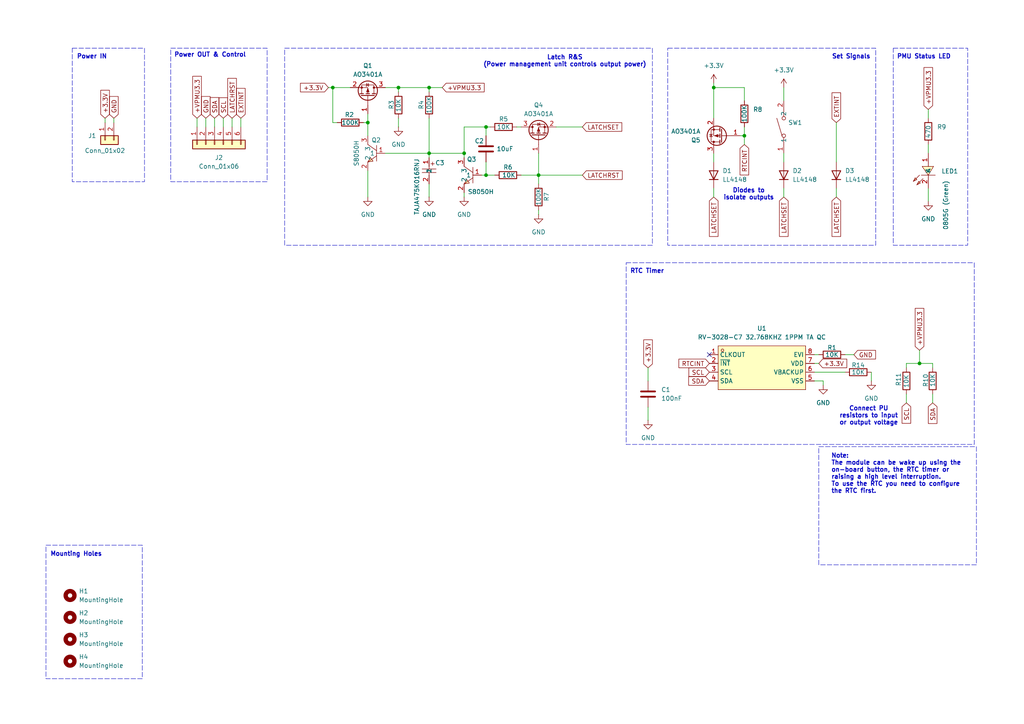
<source format=kicad_sch>
(kicad_sch
	(version 20231120)
	(generator "eeschema")
	(generator_version "8.0")
	(uuid "085d4105-b163-4686-af5c-879f6bf4c284")
	(paper "A4")
	(title_block
		(title "powerTimer")
		(date "2025-06-28")
		(company "Juan Flores (DevOnChip)")
	)
	(lib_symbols
		(symbol "Connector_Generic:Conn_01x02"
			(pin_names
				(offset 1.016) hide)
			(exclude_from_sim no)
			(in_bom yes)
			(on_board yes)
			(property "Reference" "J"
				(at 0 2.54 0)
				(effects
					(font
						(size 1.27 1.27)
					)
				)
			)
			(property "Value" "Conn_01x02"
				(at 0 -5.08 0)
				(effects
					(font
						(size 1.27 1.27)
					)
				)
			)
			(property "Footprint" ""
				(at 0 0 0)
				(effects
					(font
						(size 1.27 1.27)
					)
					(hide yes)
				)
			)
			(property "Datasheet" "~"
				(at 0 0 0)
				(effects
					(font
						(size 1.27 1.27)
					)
					(hide yes)
				)
			)
			(property "Description" "Generic connector, single row, 01x02, script generated (kicad-library-utils/schlib/autogen/connector/)"
				(at 0 0 0)
				(effects
					(font
						(size 1.27 1.27)
					)
					(hide yes)
				)
			)
			(property "ki_keywords" "connector"
				(at 0 0 0)
				(effects
					(font
						(size 1.27 1.27)
					)
					(hide yes)
				)
			)
			(property "ki_fp_filters" "Connector*:*_1x??_*"
				(at 0 0 0)
				(effects
					(font
						(size 1.27 1.27)
					)
					(hide yes)
				)
			)
			(symbol "Conn_01x02_1_1"
				(rectangle
					(start -1.27 -2.413)
					(end 0 -2.667)
					(stroke
						(width 0.1524)
						(type default)
					)
					(fill
						(type none)
					)
				)
				(rectangle
					(start -1.27 0.127)
					(end 0 -0.127)
					(stroke
						(width 0.1524)
						(type default)
					)
					(fill
						(type none)
					)
				)
				(rectangle
					(start -1.27 1.27)
					(end 1.27 -3.81)
					(stroke
						(width 0.254)
						(type default)
					)
					(fill
						(type background)
					)
				)
				(pin passive line
					(at -5.08 0 0)
					(length 3.81)
					(name "Pin_1"
						(effects
							(font
								(size 1.27 1.27)
							)
						)
					)
					(number "1"
						(effects
							(font
								(size 1.27 1.27)
							)
						)
					)
				)
				(pin passive line
					(at -5.08 -2.54 0)
					(length 3.81)
					(name "Pin_2"
						(effects
							(font
								(size 1.27 1.27)
							)
						)
					)
					(number "2"
						(effects
							(font
								(size 1.27 1.27)
							)
						)
					)
				)
			)
		)
		(symbol "Connector_Generic:Conn_01x06"
			(pin_names
				(offset 1.016) hide)
			(exclude_from_sim no)
			(in_bom yes)
			(on_board yes)
			(property "Reference" "J"
				(at 0 7.62 0)
				(effects
					(font
						(size 1.27 1.27)
					)
				)
			)
			(property "Value" "Conn_01x06"
				(at 0 -10.16 0)
				(effects
					(font
						(size 1.27 1.27)
					)
				)
			)
			(property "Footprint" ""
				(at 0 0 0)
				(effects
					(font
						(size 1.27 1.27)
					)
					(hide yes)
				)
			)
			(property "Datasheet" "~"
				(at 0 0 0)
				(effects
					(font
						(size 1.27 1.27)
					)
					(hide yes)
				)
			)
			(property "Description" "Generic connector, single row, 01x06, script generated (kicad-library-utils/schlib/autogen/connector/)"
				(at 0 0 0)
				(effects
					(font
						(size 1.27 1.27)
					)
					(hide yes)
				)
			)
			(property "ki_keywords" "connector"
				(at 0 0 0)
				(effects
					(font
						(size 1.27 1.27)
					)
					(hide yes)
				)
			)
			(property "ki_fp_filters" "Connector*:*_1x??_*"
				(at 0 0 0)
				(effects
					(font
						(size 1.27 1.27)
					)
					(hide yes)
				)
			)
			(symbol "Conn_01x06_1_1"
				(rectangle
					(start -1.27 -7.493)
					(end 0 -7.747)
					(stroke
						(width 0.1524)
						(type default)
					)
					(fill
						(type none)
					)
				)
				(rectangle
					(start -1.27 -4.953)
					(end 0 -5.207)
					(stroke
						(width 0.1524)
						(type default)
					)
					(fill
						(type none)
					)
				)
				(rectangle
					(start -1.27 -2.413)
					(end 0 -2.667)
					(stroke
						(width 0.1524)
						(type default)
					)
					(fill
						(type none)
					)
				)
				(rectangle
					(start -1.27 0.127)
					(end 0 -0.127)
					(stroke
						(width 0.1524)
						(type default)
					)
					(fill
						(type none)
					)
				)
				(rectangle
					(start -1.27 2.667)
					(end 0 2.413)
					(stroke
						(width 0.1524)
						(type default)
					)
					(fill
						(type none)
					)
				)
				(rectangle
					(start -1.27 5.207)
					(end 0 4.953)
					(stroke
						(width 0.1524)
						(type default)
					)
					(fill
						(type none)
					)
				)
				(rectangle
					(start -1.27 6.35)
					(end 1.27 -8.89)
					(stroke
						(width 0.254)
						(type default)
					)
					(fill
						(type background)
					)
				)
				(pin passive line
					(at -5.08 5.08 0)
					(length 3.81)
					(name "Pin_1"
						(effects
							(font
								(size 1.27 1.27)
							)
						)
					)
					(number "1"
						(effects
							(font
								(size 1.27 1.27)
							)
						)
					)
				)
				(pin passive line
					(at -5.08 2.54 0)
					(length 3.81)
					(name "Pin_2"
						(effects
							(font
								(size 1.27 1.27)
							)
						)
					)
					(number "2"
						(effects
							(font
								(size 1.27 1.27)
							)
						)
					)
				)
				(pin passive line
					(at -5.08 0 0)
					(length 3.81)
					(name "Pin_3"
						(effects
							(font
								(size 1.27 1.27)
							)
						)
					)
					(number "3"
						(effects
							(font
								(size 1.27 1.27)
							)
						)
					)
				)
				(pin passive line
					(at -5.08 -2.54 0)
					(length 3.81)
					(name "Pin_4"
						(effects
							(font
								(size 1.27 1.27)
							)
						)
					)
					(number "4"
						(effects
							(font
								(size 1.27 1.27)
							)
						)
					)
				)
				(pin passive line
					(at -5.08 -5.08 0)
					(length 3.81)
					(name "Pin_5"
						(effects
							(font
								(size 1.27 1.27)
							)
						)
					)
					(number "5"
						(effects
							(font
								(size 1.27 1.27)
							)
						)
					)
				)
				(pin passive line
					(at -5.08 -7.62 0)
					(length 3.81)
					(name "Pin_6"
						(effects
							(font
								(size 1.27 1.27)
							)
						)
					)
					(number "6"
						(effects
							(font
								(size 1.27 1.27)
							)
						)
					)
				)
			)
		)
		(symbol "Device:C"
			(pin_numbers hide)
			(pin_names
				(offset 0.254)
			)
			(exclude_from_sim no)
			(in_bom yes)
			(on_board yes)
			(property "Reference" "C"
				(at 0.635 2.54 0)
				(effects
					(font
						(size 1.27 1.27)
					)
					(justify left)
				)
			)
			(property "Value" "C"
				(at 0.635 -2.54 0)
				(effects
					(font
						(size 1.27 1.27)
					)
					(justify left)
				)
			)
			(property "Footprint" ""
				(at 0.9652 -3.81 0)
				(effects
					(font
						(size 1.27 1.27)
					)
					(hide yes)
				)
			)
			(property "Datasheet" "~"
				(at 0 0 0)
				(effects
					(font
						(size 1.27 1.27)
					)
					(hide yes)
				)
			)
			(property "Description" "Unpolarized capacitor"
				(at 0 0 0)
				(effects
					(font
						(size 1.27 1.27)
					)
					(hide yes)
				)
			)
			(property "ki_keywords" "cap capacitor"
				(at 0 0 0)
				(effects
					(font
						(size 1.27 1.27)
					)
					(hide yes)
				)
			)
			(property "ki_fp_filters" "C_*"
				(at 0 0 0)
				(effects
					(font
						(size 1.27 1.27)
					)
					(hide yes)
				)
			)
			(symbol "C_0_1"
				(polyline
					(pts
						(xy -2.032 -0.762) (xy 2.032 -0.762)
					)
					(stroke
						(width 0.508)
						(type default)
					)
					(fill
						(type none)
					)
				)
				(polyline
					(pts
						(xy -2.032 0.762) (xy 2.032 0.762)
					)
					(stroke
						(width 0.508)
						(type default)
					)
					(fill
						(type none)
					)
				)
			)
			(symbol "C_1_1"
				(pin passive line
					(at 0 3.81 270)
					(length 2.794)
					(name "~"
						(effects
							(font
								(size 1.27 1.27)
							)
						)
					)
					(number "1"
						(effects
							(font
								(size 1.27 1.27)
							)
						)
					)
				)
				(pin passive line
					(at 0 -3.81 90)
					(length 2.794)
					(name "~"
						(effects
							(font
								(size 1.27 1.27)
							)
						)
					)
					(number "2"
						(effects
							(font
								(size 1.27 1.27)
							)
						)
					)
				)
			)
		)
		(symbol "Device:R"
			(pin_numbers hide)
			(pin_names
				(offset 0)
			)
			(exclude_from_sim no)
			(in_bom yes)
			(on_board yes)
			(property "Reference" "R"
				(at 2.032 0 90)
				(effects
					(font
						(size 1.27 1.27)
					)
				)
			)
			(property "Value" "R"
				(at 0 0 90)
				(effects
					(font
						(size 1.27 1.27)
					)
				)
			)
			(property "Footprint" ""
				(at -1.778 0 90)
				(effects
					(font
						(size 1.27 1.27)
					)
					(hide yes)
				)
			)
			(property "Datasheet" "~"
				(at 0 0 0)
				(effects
					(font
						(size 1.27 1.27)
					)
					(hide yes)
				)
			)
			(property "Description" "Resistor"
				(at 0 0 0)
				(effects
					(font
						(size 1.27 1.27)
					)
					(hide yes)
				)
			)
			(property "ki_keywords" "R res resistor"
				(at 0 0 0)
				(effects
					(font
						(size 1.27 1.27)
					)
					(hide yes)
				)
			)
			(property "ki_fp_filters" "R_*"
				(at 0 0 0)
				(effects
					(font
						(size 1.27 1.27)
					)
					(hide yes)
				)
			)
			(symbol "R_0_1"
				(rectangle
					(start -1.016 -2.54)
					(end 1.016 2.54)
					(stroke
						(width 0.254)
						(type default)
					)
					(fill
						(type none)
					)
				)
			)
			(symbol "R_1_1"
				(pin passive line
					(at 0 3.81 270)
					(length 1.27)
					(name "~"
						(effects
							(font
								(size 1.27 1.27)
							)
						)
					)
					(number "1"
						(effects
							(font
								(size 1.27 1.27)
							)
						)
					)
				)
				(pin passive line
					(at 0 -3.81 90)
					(length 1.27)
					(name "~"
						(effects
							(font
								(size 1.27 1.27)
							)
						)
					)
					(number "2"
						(effects
							(font
								(size 1.27 1.27)
							)
						)
					)
				)
			)
		)
		(symbol "Diode:LL4148"
			(pin_numbers hide)
			(pin_names hide)
			(exclude_from_sim no)
			(in_bom yes)
			(on_board yes)
			(property "Reference" "D"
				(at 0 2.54 0)
				(effects
					(font
						(size 1.27 1.27)
					)
				)
			)
			(property "Value" "LL4148"
				(at 0 -2.54 0)
				(effects
					(font
						(size 1.27 1.27)
					)
				)
			)
			(property "Footprint" "Diode_SMD:D_MiniMELF"
				(at 0 -4.445 0)
				(effects
					(font
						(size 1.27 1.27)
					)
					(hide yes)
				)
			)
			(property "Datasheet" "http://www.vishay.com/docs/85557/ll4148.pdf"
				(at 0 0 0)
				(effects
					(font
						(size 1.27 1.27)
					)
					(hide yes)
				)
			)
			(property "Description" "100V 0.15A standard switching diode, MiniMELF"
				(at 0 0 0)
				(effects
					(font
						(size 1.27 1.27)
					)
					(hide yes)
				)
			)
			(property "Sim.Device" "D"
				(at 0 0 0)
				(effects
					(font
						(size 1.27 1.27)
					)
					(hide yes)
				)
			)
			(property "Sim.Pins" "1=K 2=A"
				(at 0 0 0)
				(effects
					(font
						(size 1.27 1.27)
					)
					(hide yes)
				)
			)
			(property "ki_keywords" "diode"
				(at 0 0 0)
				(effects
					(font
						(size 1.27 1.27)
					)
					(hide yes)
				)
			)
			(property "ki_fp_filters" "D*MiniMELF*"
				(at 0 0 0)
				(effects
					(font
						(size 1.27 1.27)
					)
					(hide yes)
				)
			)
			(symbol "LL4148_0_1"
				(polyline
					(pts
						(xy -1.27 1.27) (xy -1.27 -1.27)
					)
					(stroke
						(width 0.254)
						(type default)
					)
					(fill
						(type none)
					)
				)
				(polyline
					(pts
						(xy 1.27 0) (xy -1.27 0)
					)
					(stroke
						(width 0)
						(type default)
					)
					(fill
						(type none)
					)
				)
				(polyline
					(pts
						(xy 1.27 1.27) (xy 1.27 -1.27) (xy -1.27 0) (xy 1.27 1.27)
					)
					(stroke
						(width 0.254)
						(type default)
					)
					(fill
						(type none)
					)
				)
			)
			(symbol "LL4148_1_1"
				(pin passive line
					(at -3.81 0 0)
					(length 2.54)
					(name "K"
						(effects
							(font
								(size 1.27 1.27)
							)
						)
					)
					(number "1"
						(effects
							(font
								(size 1.27 1.27)
							)
						)
					)
				)
				(pin passive line
					(at 3.81 0 180)
					(length 2.54)
					(name "A"
						(effects
							(font
								(size 1.27 1.27)
							)
						)
					)
					(number "2"
						(effects
							(font
								(size 1.27 1.27)
							)
						)
					)
				)
			)
		)
		(symbol "Mechanical:MountingHole"
			(pin_names
				(offset 1.016)
			)
			(exclude_from_sim yes)
			(in_bom no)
			(on_board yes)
			(property "Reference" "H"
				(at 0 5.08 0)
				(effects
					(font
						(size 1.27 1.27)
					)
				)
			)
			(property "Value" "MountingHole"
				(at 0 3.175 0)
				(effects
					(font
						(size 1.27 1.27)
					)
				)
			)
			(property "Footprint" ""
				(at 0 0 0)
				(effects
					(font
						(size 1.27 1.27)
					)
					(hide yes)
				)
			)
			(property "Datasheet" "~"
				(at 0 0 0)
				(effects
					(font
						(size 1.27 1.27)
					)
					(hide yes)
				)
			)
			(property "Description" "Mounting Hole without connection"
				(at 0 0 0)
				(effects
					(font
						(size 1.27 1.27)
					)
					(hide yes)
				)
			)
			(property "ki_keywords" "mounting hole"
				(at 0 0 0)
				(effects
					(font
						(size 1.27 1.27)
					)
					(hide yes)
				)
			)
			(property "ki_fp_filters" "MountingHole*"
				(at 0 0 0)
				(effects
					(font
						(size 1.27 1.27)
					)
					(hide yes)
				)
			)
			(symbol "MountingHole_0_1"
				(circle
					(center 0 0)
					(radius 1.27)
					(stroke
						(width 1.27)
						(type default)
					)
					(fill
						(type none)
					)
				)
			)
		)
		(symbol "RTCSwitchLib:0805G(Green)"
			(exclude_from_sim no)
			(in_bom yes)
			(on_board yes)
			(property "Reference" "LED"
				(at 0 5.08 0)
				(effects
					(font
						(size 1.27 1.27)
					)
				)
			)
			(property "Value" "0805G (Green)"
				(at 0 -5.08 0)
				(effects
					(font
						(size 1.27 1.27)
					)
				)
			)
			(property "Footprint" ":LED0805-R-RD"
				(at 0 -7.62 0)
				(effects
					(font
						(size 1.27 1.27)
					)
					(hide yes)
				)
			)
			(property "Datasheet" "https://lcsc.com/product-detail/Light-Emitting-Diodes-LED_Green-0805-Highlighted_C2297.html"
				(at 0 -10.16 0)
				(effects
					(font
						(size 1.27 1.27)
					)
					(hide yes)
				)
			)
			(property "Description" ""
				(at 0 0 0)
				(effects
					(font
						(size 1.27 1.27)
					)
					(hide yes)
				)
			)
			(property "LCSC Part" "C2297"
				(at 0 -12.7 0)
				(effects
					(font
						(size 1.27 1.27)
					)
					(hide yes)
				)
			)
			(symbol "0805G(Green)_0_1"
				(polyline
					(pts
						(xy -2.29 1.52) (xy -4.06 3.3)
					)
					(stroke
						(width 0)
						(type default)
					)
					(fill
						(type none)
					)
				)
				(polyline
					(pts
						(xy -1.27 2.03) (xy -1.27 -2.03)
					)
					(stroke
						(width 0)
						(type default)
					)
					(fill
						(type none)
					)
				)
				(polyline
					(pts
						(xy -1.27 2.54) (xy -3.05 4.32)
					)
					(stroke
						(width 0)
						(type default)
					)
					(fill
						(type none)
					)
				)
				(polyline
					(pts
						(xy -4.06 3.3) (xy -3.05 2.79) (xy -3.56 2.29) (xy -4.06 3.3)
					)
					(stroke
						(width 0)
						(type default)
					)
					(fill
						(type background)
					)
				)
				(polyline
					(pts
						(xy -3.05 4.32) (xy -2.03 3.81) (xy -2.54 3.3) (xy -3.05 4.32)
					)
					(stroke
						(width 0)
						(type default)
					)
					(fill
						(type background)
					)
				)
				(polyline
					(pts
						(xy 1.27 -1.52) (xy -1.27 0) (xy 1.27 1.78) (xy 1.27 -1.52)
					)
					(stroke
						(width 0)
						(type default)
					)
					(fill
						(type background)
					)
				)
				(pin unspecified line
					(at 5.08 0 180)
					(length 3.81)
					(name "A"
						(effects
							(font
								(size 1.27 1.27)
							)
						)
					)
					(number "1"
						(effects
							(font
								(size 1.27 1.27)
							)
						)
					)
				)
				(pin unspecified line
					(at -5.08 0 0)
					(length 3.81)
					(name "K"
						(effects
							(font
								(size 1.27 1.27)
							)
						)
					)
					(number "2"
						(effects
							(font
								(size 1.27 1.27)
							)
						)
					)
				)
			)
		)
		(symbol "RTCSwitchLib:RV-3028-C732.768KHZ1PPMTAQC"
			(exclude_from_sim no)
			(in_bom yes)
			(on_board yes)
			(property "Reference" "U"
				(at 0 8.89 0)
				(effects
					(font
						(size 1.27 1.27)
					)
				)
			)
			(property "Value" "RV-3028-C7 32.768KHZ 1PPM TA QC"
				(at 0 -8.89 0)
				(effects
					(font
						(size 1.27 1.27)
					)
				)
			)
			(property "Footprint" ":OSC-SMD_8P-L3.2-W1.5-P0.90-BL"
				(at 0 -11.43 0)
				(effects
					(font
						(size 1.27 1.27)
					)
					(hide yes)
				)
			)
			(property "Datasheet" ""
				(at 0 0 0)
				(effects
					(font
						(size 1.27 1.27)
					)
					(hide yes)
				)
			)
			(property "Description" ""
				(at 0 0 0)
				(effects
					(font
						(size 1.27 1.27)
					)
					(hide yes)
				)
			)
			(property "LCSC Part" "C3019759"
				(at 0 -13.97 0)
				(effects
					(font
						(size 1.27 1.27)
					)
					(hide yes)
				)
			)
			(symbol "RV-3028-C732.768KHZ1PPMTAQC_0_1"
				(rectangle
					(start -12.7 6.35)
					(end 12.7 -6.35)
					(stroke
						(width 0)
						(type default)
					)
					(fill
						(type background)
					)
				)
				(circle
					(center -11.43 5.08)
					(radius 0.38)
					(stroke
						(width 0)
						(type default)
					)
					(fill
						(type none)
					)
				)
				(pin unspecified line
					(at -15.24 3.81 0)
					(length 2.54)
					(name "CLKOUT"
						(effects
							(font
								(size 1.27 1.27)
							)
						)
					)
					(number "1"
						(effects
							(font
								(size 1.27 1.27)
							)
						)
					)
				)
				(pin unspecified line
					(at -15.24 1.27 0)
					(length 2.54)
					(name "~{INT}"
						(effects
							(font
								(size 1.27 1.27)
							)
						)
					)
					(number "2"
						(effects
							(font
								(size 1.27 1.27)
							)
						)
					)
				)
				(pin unspecified line
					(at -15.24 -1.27 0)
					(length 2.54)
					(name "SCL"
						(effects
							(font
								(size 1.27 1.27)
							)
						)
					)
					(number "3"
						(effects
							(font
								(size 1.27 1.27)
							)
						)
					)
				)
				(pin unspecified line
					(at -15.24 -3.81 0)
					(length 2.54)
					(name "SDA"
						(effects
							(font
								(size 1.27 1.27)
							)
						)
					)
					(number "4"
						(effects
							(font
								(size 1.27 1.27)
							)
						)
					)
				)
				(pin unspecified line
					(at 15.24 -3.81 180)
					(length 2.54)
					(name "VSS"
						(effects
							(font
								(size 1.27 1.27)
							)
						)
					)
					(number "5"
						(effects
							(font
								(size 1.27 1.27)
							)
						)
					)
				)
				(pin unspecified line
					(at 15.24 -1.27 180)
					(length 2.54)
					(name "VBACKUP"
						(effects
							(font
								(size 1.27 1.27)
							)
						)
					)
					(number "6"
						(effects
							(font
								(size 1.27 1.27)
							)
						)
					)
				)
				(pin unspecified line
					(at 15.24 1.27 180)
					(length 2.54)
					(name "VDD"
						(effects
							(font
								(size 1.27 1.27)
							)
						)
					)
					(number "7"
						(effects
							(font
								(size 1.27 1.27)
							)
						)
					)
				)
				(pin unspecified line
					(at 15.24 3.81 180)
					(length 2.54)
					(name "EVI"
						(effects
							(font
								(size 1.27 1.27)
							)
						)
					)
					(number "8"
						(effects
							(font
								(size 1.27 1.27)
							)
						)
					)
				)
			)
		)
		(symbol "RTCSwitchLib:S8050H200-350"
			(exclude_from_sim no)
			(in_bom yes)
			(on_board yes)
			(property "Reference" "Q"
				(at 0 10.16 0)
				(effects
					(font
						(size 1.27 1.27)
					)
				)
			)
			(property "Value" "S8050H 200-350"
				(at 0 -10.16 0)
				(effects
					(font
						(size 1.27 1.27)
					)
				)
			)
			(property "Footprint" ":SOT-23-3_L2.9-W1.6-P1.90-LS2.8-BR"
				(at 0 -12.7 0)
				(effects
					(font
						(size 1.27 1.27)
					)
					(hide yes)
				)
			)
			(property "Datasheet" "https://lcsc.com/product-detail/Transistors-NPN-PNP_S8050-H-200-350_C111272.html"
				(at 0 -15.24 0)
				(effects
					(font
						(size 1.27 1.27)
					)
					(hide yes)
				)
			)
			(property "Description" ""
				(at 0 0 0)
				(effects
					(font
						(size 1.27 1.27)
					)
					(hide yes)
				)
			)
			(property "LCSC Part" "C111272"
				(at 0 -17.78 0)
				(effects
					(font
						(size 1.27 1.27)
					)
					(hide yes)
				)
			)
			(symbol "S8050H200-350_0_1"
				(polyline
					(pts
						(xy 0 -0.76) (xy 2.54 -2.54)
					)
					(stroke
						(width 0)
						(type default)
					)
					(fill
						(type none)
					)
				)
				(polyline
					(pts
						(xy 0 2.29) (xy 0 -2.29)
					)
					(stroke
						(width 0)
						(type default)
					)
					(fill
						(type none)
					)
				)
				(polyline
					(pts
						(xy 2.54 2.54) (xy 0 0.76)
					)
					(stroke
						(width 0)
						(type default)
					)
					(fill
						(type none)
					)
				)
				(polyline
					(pts
						(xy 2.54 -2.54) (xy 1.78 -1.27) (xy 1.02 -2.29) (xy 2.54 -2.54)
					)
					(stroke
						(width 0)
						(type default)
					)
					(fill
						(type background)
					)
				)
				(pin input line
					(at -2.54 0 0)
					(length 2.54)
					(name "1"
						(effects
							(font
								(size 1.27 1.27)
							)
						)
					)
					(number "1"
						(effects
							(font
								(size 1.27 1.27)
							)
						)
					)
				)
				(pin input line
					(at 2.54 -5.08 90)
					(length 2.54)
					(name "2"
						(effects
							(font
								(size 1.27 1.27)
							)
						)
					)
					(number "2"
						(effects
							(font
								(size 1.27 1.27)
							)
						)
					)
				)
				(pin input line
					(at 2.54 5.08 270)
					(length 2.54)
					(name "3"
						(effects
							(font
								(size 1.27 1.27)
							)
						)
					)
					(number "3"
						(effects
							(font
								(size 1.27 1.27)
							)
						)
					)
				)
			)
		)
		(symbol "RTCSwitchLib:TAJA475K016RNJ"
			(exclude_from_sim no)
			(in_bom yes)
			(on_board yes)
			(property "Reference" "C"
				(at 0 5.08 0)
				(effects
					(font
						(size 1.27 1.27)
					)
				)
			)
			(property "Value" "TAJA475K016RNJ"
				(at 0 -5.08 0)
				(effects
					(font
						(size 1.27 1.27)
					)
				)
			)
			(property "Footprint" ":CASE-A_3216"
				(at 0 -7.62 0)
				(effects
					(font
						(size 1.27 1.27)
					)
					(hide yes)
				)
			)
			(property "Datasheet" "https://lcsc.com/product-detail/Tantalum-Capacitors_AVX_TAJA475K016RNJ_4-7uF-475-10-16V_C7187.html"
				(at 0 -10.16 0)
				(effects
					(font
						(size 1.27 1.27)
					)
					(hide yes)
				)
			)
			(property "Description" ""
				(at 0 0 0)
				(effects
					(font
						(size 1.27 1.27)
					)
					(hide yes)
				)
			)
			(property "LCSC Part" "C7187"
				(at 0 -12.7 0)
				(effects
					(font
						(size 1.27 1.27)
					)
					(hide yes)
				)
			)
			(symbol "TAJA475K016RNJ_0_1"
				(polyline
					(pts
						(xy -2.54 1.02) (xy -1.52 1.02)
					)
					(stroke
						(width 0)
						(type default)
					)
					(fill
						(type none)
					)
				)
				(polyline
					(pts
						(xy -2.03 1.52) (xy -2.03 0.51)
					)
					(stroke
						(width 0)
						(type default)
					)
					(fill
						(type none)
					)
				)
				(polyline
					(pts
						(xy -1.27 0) (xy -0.51 0)
					)
					(stroke
						(width 0)
						(type default)
					)
					(fill
						(type none)
					)
				)
				(polyline
					(pts
						(xy -0.51 2.03) (xy -0.51 -2.03)
					)
					(stroke
						(width 0)
						(type default)
					)
					(fill
						(type none)
					)
				)
				(polyline
					(pts
						(xy 0.51 0) (xy 1.27 0)
					)
					(stroke
						(width 0)
						(type default)
					)
					(fill
						(type none)
					)
				)
				(polyline
					(pts
						(xy 0.51 2.03) (xy 0.51 -2.03)
					)
					(stroke
						(width 0)
						(type default)
					)
					(fill
						(type none)
					)
				)
				(pin input line
					(at -3.81 0 0)
					(length 2.54)
					(name "1"
						(effects
							(font
								(size 1.27 1.27)
							)
						)
					)
					(number "1"
						(effects
							(font
								(size 1.27 1.27)
							)
						)
					)
				)
				(pin input line
					(at 3.81 0 180)
					(length 2.54)
					(name "2"
						(effects
							(font
								(size 1.27 1.27)
							)
						)
					)
					(number "2"
						(effects
							(font
								(size 1.27 1.27)
							)
						)
					)
				)
			)
		)
		(symbol "RTCSwitchLib:TS-1185EC-C-D-B"
			(exclude_from_sim no)
			(in_bom yes)
			(on_board yes)
			(property "Reference" "SW"
				(at 0 5.08 0)
				(effects
					(font
						(size 1.27 1.27)
					)
				)
			)
			(property "Value" "TS-1185EC-C-D-B"
				(at 0 -5.08 0)
				(effects
					(font
						(size 1.27 1.27)
					)
				)
			)
			(property "Footprint" ":SW-SMD_4P-L3.7-W3.0-P1.50-LS4.7"
				(at 0 -7.62 0)
				(effects
					(font
						(size 1.27 1.27)
					)
					(hide yes)
				)
			)
			(property "Datasheet" "https://lcsc.com/product-detail/Tactile-Switches_XKB-Enterprise-TS-1185EC-C-D-B_C318893.html"
				(at 0 -10.16 0)
				(effects
					(font
						(size 1.27 1.27)
					)
					(hide yes)
				)
			)
			(property "Description" ""
				(at 0 0 0)
				(effects
					(font
						(size 1.27 1.27)
					)
					(hide yes)
				)
			)
			(property "LCSC Part" "C318893"
				(at 0 -12.7 0)
				(effects
					(font
						(size 1.27 1.27)
					)
					(hide yes)
				)
			)
			(symbol "TS-1185EC-C-D-B_0_1"
				(circle
					(center -2.54 0)
					(radius 0.51)
					(stroke
						(width 0)
						(type default)
					)
					(fill
						(type none)
					)
				)
				(polyline
					(pts
						(xy -5.08 0) (xy -3.05 0)
					)
					(stroke
						(width 0)
						(type default)
					)
					(fill
						(type none)
					)
				)
				(polyline
					(pts
						(xy -2.54 0.51) (xy 2.54 2.03)
					)
					(stroke
						(width 0)
						(type default)
					)
					(fill
						(type none)
					)
				)
				(polyline
					(pts
						(xy 3.05 0) (xy 5.08 0)
					)
					(stroke
						(width 0)
						(type default)
					)
					(fill
						(type none)
					)
				)
				(circle
					(center 2.54 0)
					(radius 0.51)
					(stroke
						(width 0)
						(type default)
					)
					(fill
						(type none)
					)
				)
				(pin unspecified line
					(at -7.62 0 0)
					(length 2.54)
					(name "1"
						(effects
							(font
								(size 1.27 1.27)
							)
						)
					)
					(number "1"
						(effects
							(font
								(size 1.27 1.27)
							)
						)
					)
				)
				(pin unspecified line
					(at 7.62 0 180)
					(length 2.54)
					(name "2"
						(effects
							(font
								(size 1.27 1.27)
							)
						)
					)
					(number "2"
						(effects
							(font
								(size 1.27 1.27)
							)
						)
					)
				)
			)
		)
		(symbol "Transistor_FET:AO3401A"
			(pin_names hide)
			(exclude_from_sim no)
			(in_bom yes)
			(on_board yes)
			(property "Reference" "Q"
				(at 5.08 1.905 0)
				(effects
					(font
						(size 1.27 1.27)
					)
					(justify left)
				)
			)
			(property "Value" "AO3401A"
				(at 5.08 0 0)
				(effects
					(font
						(size 1.27 1.27)
					)
					(justify left)
				)
			)
			(property "Footprint" "Package_TO_SOT_SMD:SOT-23"
				(at 5.08 -1.905 0)
				(effects
					(font
						(size 1.27 1.27)
						(italic yes)
					)
					(justify left)
					(hide yes)
				)
			)
			(property "Datasheet" "http://www.aosmd.com/pdfs/datasheet/AO3401A.pdf"
				(at 5.08 -3.81 0)
				(effects
					(font
						(size 1.27 1.27)
					)
					(justify left)
					(hide yes)
				)
			)
			(property "Description" "-4.0A Id, -30V Vds, P-Channel MOSFET, SOT-23"
				(at 0 0 0)
				(effects
					(font
						(size 1.27 1.27)
					)
					(hide yes)
				)
			)
			(property "ki_keywords" "P-Channel MOSFET"
				(at 0 0 0)
				(effects
					(font
						(size 1.27 1.27)
					)
					(hide yes)
				)
			)
			(property "ki_fp_filters" "SOT?23*"
				(at 0 0 0)
				(effects
					(font
						(size 1.27 1.27)
					)
					(hide yes)
				)
			)
			(symbol "AO3401A_0_1"
				(polyline
					(pts
						(xy 0.254 0) (xy -2.54 0)
					)
					(stroke
						(width 0)
						(type default)
					)
					(fill
						(type none)
					)
				)
				(polyline
					(pts
						(xy 0.254 1.905) (xy 0.254 -1.905)
					)
					(stroke
						(width 0.254)
						(type default)
					)
					(fill
						(type none)
					)
				)
				(polyline
					(pts
						(xy 0.762 -1.27) (xy 0.762 -2.286)
					)
					(stroke
						(width 0.254)
						(type default)
					)
					(fill
						(type none)
					)
				)
				(polyline
					(pts
						(xy 0.762 0.508) (xy 0.762 -0.508)
					)
					(stroke
						(width 0.254)
						(type default)
					)
					(fill
						(type none)
					)
				)
				(polyline
					(pts
						(xy 0.762 2.286) (xy 0.762 1.27)
					)
					(stroke
						(width 0.254)
						(type default)
					)
					(fill
						(type none)
					)
				)
				(polyline
					(pts
						(xy 2.54 2.54) (xy 2.54 1.778)
					)
					(stroke
						(width 0)
						(type default)
					)
					(fill
						(type none)
					)
				)
				(polyline
					(pts
						(xy 2.54 -2.54) (xy 2.54 0) (xy 0.762 0)
					)
					(stroke
						(width 0)
						(type default)
					)
					(fill
						(type none)
					)
				)
				(polyline
					(pts
						(xy 0.762 1.778) (xy 3.302 1.778) (xy 3.302 -1.778) (xy 0.762 -1.778)
					)
					(stroke
						(width 0)
						(type default)
					)
					(fill
						(type none)
					)
				)
				(polyline
					(pts
						(xy 2.286 0) (xy 1.27 0.381) (xy 1.27 -0.381) (xy 2.286 0)
					)
					(stroke
						(width 0)
						(type default)
					)
					(fill
						(type outline)
					)
				)
				(polyline
					(pts
						(xy 2.794 -0.508) (xy 2.921 -0.381) (xy 3.683 -0.381) (xy 3.81 -0.254)
					)
					(stroke
						(width 0)
						(type default)
					)
					(fill
						(type none)
					)
				)
				(polyline
					(pts
						(xy 3.302 -0.381) (xy 2.921 0.254) (xy 3.683 0.254) (xy 3.302 -0.381)
					)
					(stroke
						(width 0)
						(type default)
					)
					(fill
						(type none)
					)
				)
				(circle
					(center 1.651 0)
					(radius 2.794)
					(stroke
						(width 0.254)
						(type default)
					)
					(fill
						(type none)
					)
				)
				(circle
					(center 2.54 -1.778)
					(radius 0.254)
					(stroke
						(width 0)
						(type default)
					)
					(fill
						(type outline)
					)
				)
				(circle
					(center 2.54 1.778)
					(radius 0.254)
					(stroke
						(width 0)
						(type default)
					)
					(fill
						(type outline)
					)
				)
			)
			(symbol "AO3401A_1_1"
				(pin input line
					(at -5.08 0 0)
					(length 2.54)
					(name "G"
						(effects
							(font
								(size 1.27 1.27)
							)
						)
					)
					(number "1"
						(effects
							(font
								(size 1.27 1.27)
							)
						)
					)
				)
				(pin passive line
					(at 2.54 -5.08 90)
					(length 2.54)
					(name "S"
						(effects
							(font
								(size 1.27 1.27)
							)
						)
					)
					(number "2"
						(effects
							(font
								(size 1.27 1.27)
							)
						)
					)
				)
				(pin passive line
					(at 2.54 5.08 270)
					(length 2.54)
					(name "D"
						(effects
							(font
								(size 1.27 1.27)
							)
						)
					)
					(number "3"
						(effects
							(font
								(size 1.27 1.27)
							)
						)
					)
				)
			)
		)
		(symbol "power:+3.3V"
			(power)
			(pin_numbers hide)
			(pin_names
				(offset 0) hide)
			(exclude_from_sim no)
			(in_bom yes)
			(on_board yes)
			(property "Reference" "#PWR"
				(at 0 -3.81 0)
				(effects
					(font
						(size 1.27 1.27)
					)
					(hide yes)
				)
			)
			(property "Value" "+3.3V"
				(at 0 3.556 0)
				(effects
					(font
						(size 1.27 1.27)
					)
				)
			)
			(property "Footprint" ""
				(at 0 0 0)
				(effects
					(font
						(size 1.27 1.27)
					)
					(hide yes)
				)
			)
			(property "Datasheet" ""
				(at 0 0 0)
				(effects
					(font
						(size 1.27 1.27)
					)
					(hide yes)
				)
			)
			(property "Description" "Power symbol creates a global label with name \"+3.3V\""
				(at 0 0 0)
				(effects
					(font
						(size 1.27 1.27)
					)
					(hide yes)
				)
			)
			(property "ki_keywords" "global power"
				(at 0 0 0)
				(effects
					(font
						(size 1.27 1.27)
					)
					(hide yes)
				)
			)
			(symbol "+3.3V_0_1"
				(polyline
					(pts
						(xy -0.762 1.27) (xy 0 2.54)
					)
					(stroke
						(width 0)
						(type default)
					)
					(fill
						(type none)
					)
				)
				(polyline
					(pts
						(xy 0 0) (xy 0 2.54)
					)
					(stroke
						(width 0)
						(type default)
					)
					(fill
						(type none)
					)
				)
				(polyline
					(pts
						(xy 0 2.54) (xy 0.762 1.27)
					)
					(stroke
						(width 0)
						(type default)
					)
					(fill
						(type none)
					)
				)
			)
			(symbol "+3.3V_1_1"
				(pin power_in line
					(at 0 0 90)
					(length 0)
					(name "~"
						(effects
							(font
								(size 1.27 1.27)
							)
						)
					)
					(number "1"
						(effects
							(font
								(size 1.27 1.27)
							)
						)
					)
				)
			)
		)
		(symbol "power:GND"
			(power)
			(pin_numbers hide)
			(pin_names
				(offset 0) hide)
			(exclude_from_sim no)
			(in_bom yes)
			(on_board yes)
			(property "Reference" "#PWR"
				(at 0 -6.35 0)
				(effects
					(font
						(size 1.27 1.27)
					)
					(hide yes)
				)
			)
			(property "Value" "GND"
				(at 0 -3.81 0)
				(effects
					(font
						(size 1.27 1.27)
					)
				)
			)
			(property "Footprint" ""
				(at 0 0 0)
				(effects
					(font
						(size 1.27 1.27)
					)
					(hide yes)
				)
			)
			(property "Datasheet" ""
				(at 0 0 0)
				(effects
					(font
						(size 1.27 1.27)
					)
					(hide yes)
				)
			)
			(property "Description" "Power symbol creates a global label with name \"GND\" , ground"
				(at 0 0 0)
				(effects
					(font
						(size 1.27 1.27)
					)
					(hide yes)
				)
			)
			(property "ki_keywords" "global power"
				(at 0 0 0)
				(effects
					(font
						(size 1.27 1.27)
					)
					(hide yes)
				)
			)
			(symbol "GND_0_1"
				(polyline
					(pts
						(xy 0 0) (xy 0 -1.27) (xy 1.27 -1.27) (xy 0 -2.54) (xy -1.27 -1.27) (xy 0 -1.27)
					)
					(stroke
						(width 0)
						(type default)
					)
					(fill
						(type none)
					)
				)
			)
			(symbol "GND_1_1"
				(pin power_in line
					(at 0 0 270)
					(length 0)
					(name "~"
						(effects
							(font
								(size 1.27 1.27)
							)
						)
					)
					(number "1"
						(effects
							(font
								(size 1.27 1.27)
							)
						)
					)
				)
			)
		)
	)
	(junction
		(at 124.46 44.45)
		(diameter 0)
		(color 0 0 0 0)
		(uuid "102e4185-1227-44d2-bc04-50e037e76eb4")
	)
	(junction
		(at 140.97 50.8)
		(diameter 0)
		(color 0 0 0 0)
		(uuid "1a861550-3980-450d-99c1-f711f8f4b716")
	)
	(junction
		(at 140.97 36.83)
		(diameter 0)
		(color 0 0 0 0)
		(uuid "5e999b80-7b97-4241-b1b3-ce93a706bb41")
	)
	(junction
		(at 115.57 25.4)
		(diameter 0)
		(color 0 0 0 0)
		(uuid "61b4e730-cde9-444c-8474-7d790c59aa11")
	)
	(junction
		(at 215.9 39.37)
		(diameter 0)
		(color 0 0 0 0)
		(uuid "86c55451-e300-4add-a345-7d3be0462208")
	)
	(junction
		(at 207.01 25.4)
		(diameter 0)
		(color 0 0 0 0)
		(uuid "94600b4e-4b22-456a-aa82-fea17aa587c7")
	)
	(junction
		(at 134.62 44.45)
		(diameter 0)
		(color 0 0 0 0)
		(uuid "9d2d47c7-d188-4ca5-b274-d3da0699a910")
	)
	(junction
		(at 124.46 25.4)
		(diameter 0)
		(color 0 0 0 0)
		(uuid "9f2c61f6-0367-4b1c-bc25-280f247eab2d")
	)
	(junction
		(at 266.7 105.41)
		(diameter 0)
		(color 0 0 0 0)
		(uuid "a9f5ef61-c686-4241-acfe-918e20d3ceee")
	)
	(junction
		(at 106.68 35.56)
		(diameter 0)
		(color 0 0 0 0)
		(uuid "adc7c675-cade-4e85-b129-f85aec5bd863")
	)
	(junction
		(at 96.52 25.4)
		(diameter 0)
		(color 0 0 0 0)
		(uuid "d1f5b875-348f-4dc4-ac46-23dacfe93355")
	)
	(junction
		(at 156.21 50.8)
		(diameter 0)
		(color 0 0 0 0)
		(uuid "f056082c-c571-482d-acc7-1cd7f1b91382")
	)
	(no_connect
		(at 205.74 102.87)
		(uuid "b98fe5b4-f1b4-40f8-8020-251a32a4b390")
	)
	(wire
		(pts
			(xy 124.46 44.45) (xy 124.46 45.72)
		)
		(stroke
			(width 0)
			(type default)
		)
		(uuid "01321c5d-cdcb-4381-9bbd-c012ca7a5649")
	)
	(wire
		(pts
			(xy 227.33 54.61) (xy 227.33 57.15)
		)
		(stroke
			(width 0)
			(type default)
		)
		(uuid "0792bc00-5bed-4e3b-82b3-0a1a0815745b")
	)
	(wire
		(pts
			(xy 266.7 105.41) (xy 270.51 105.41)
		)
		(stroke
			(width 0)
			(type default)
		)
		(uuid "101f726f-2cca-4e0a-8027-23688d2941d7")
	)
	(wire
		(pts
			(xy 59.69 34.29) (xy 59.69 36.83)
		)
		(stroke
			(width 0)
			(type default)
		)
		(uuid "10626d61-1ced-4bcf-b228-18fddbaed8d7")
	)
	(wire
		(pts
			(xy 262.89 114.3) (xy 262.89 116.84)
		)
		(stroke
			(width 0)
			(type default)
		)
		(uuid "1917c2a5-bb12-4b67-a1dd-c6441c239346")
	)
	(wire
		(pts
			(xy 207.01 54.61) (xy 207.01 57.15)
		)
		(stroke
			(width 0)
			(type default)
		)
		(uuid "19dc5043-7f39-47bb-b055-13a15579144a")
	)
	(wire
		(pts
			(xy 156.21 60.96) (xy 156.21 62.23)
		)
		(stroke
			(width 0)
			(type default)
		)
		(uuid "1bd45317-9d07-47fd-b3db-ccd6d9fc735c")
	)
	(wire
		(pts
			(xy 96.52 35.56) (xy 96.52 25.4)
		)
		(stroke
			(width 0)
			(type default)
		)
		(uuid "1f1315f7-e827-48ea-9343-0c3f17449297")
	)
	(wire
		(pts
			(xy 124.46 53.34) (xy 124.46 57.15)
		)
		(stroke
			(width 0)
			(type default)
		)
		(uuid "20d5c498-90e5-4e2d-a496-09646ef0f5cc")
	)
	(wire
		(pts
			(xy 236.22 107.95) (xy 245.11 107.95)
		)
		(stroke
			(width 0)
			(type default)
		)
		(uuid "229360a4-d5c9-4054-85d2-8b0b2ffc1937")
	)
	(wire
		(pts
			(xy 214.63 39.37) (xy 215.9 39.37)
		)
		(stroke
			(width 0)
			(type default)
		)
		(uuid "2367d6a7-f84f-48ad-98ba-e14379485a7c")
	)
	(wire
		(pts
			(xy 139.7 50.8) (xy 140.97 50.8)
		)
		(stroke
			(width 0)
			(type default)
		)
		(uuid "24dc1d2f-ecb4-4d20-a01e-88c178c45361")
	)
	(wire
		(pts
			(xy 266.7 101.6) (xy 266.7 105.41)
		)
		(stroke
			(width 0)
			(type default)
		)
		(uuid "24e4e18e-761d-404d-beda-86383c14dc08")
	)
	(wire
		(pts
			(xy 270.51 114.3) (xy 270.51 116.84)
		)
		(stroke
			(width 0)
			(type default)
		)
		(uuid "2626dd46-9884-46d0-81c5-439fe73f3aba")
	)
	(wire
		(pts
			(xy 140.97 46.99) (xy 140.97 50.8)
		)
		(stroke
			(width 0)
			(type default)
		)
		(uuid "2ef36f18-bca0-4c3b-a504-0e74825a099e")
	)
	(wire
		(pts
			(xy 106.68 33.02) (xy 106.68 35.56)
		)
		(stroke
			(width 0)
			(type default)
		)
		(uuid "3a04a91c-3f34-4756-96b0-061c960a51d4")
	)
	(wire
		(pts
			(xy 140.97 36.83) (xy 140.97 39.37)
		)
		(stroke
			(width 0)
			(type default)
		)
		(uuid "3ec9a973-3203-4aba-a78d-498a08fbdceb")
	)
	(wire
		(pts
			(xy 124.46 25.4) (xy 128.27 25.4)
		)
		(stroke
			(width 0)
			(type default)
		)
		(uuid "42ebbbe7-873a-4cdb-bb54-0d8eb0253cfe")
	)
	(wire
		(pts
			(xy 242.57 35.56) (xy 242.57 46.99)
		)
		(stroke
			(width 0)
			(type default)
		)
		(uuid "445b3ea8-4134-4a9f-b661-b5445077f8d1")
	)
	(wire
		(pts
			(xy 227.33 44.45) (xy 227.33 46.99)
		)
		(stroke
			(width 0)
			(type default)
		)
		(uuid "47e3f1b7-b196-467d-9458-13d06aceabda")
	)
	(wire
		(pts
			(xy 269.24 41.91) (xy 269.24 44.45)
		)
		(stroke
			(width 0)
			(type default)
		)
		(uuid "48eb0572-cb92-494a-b5ce-5bc4e9a9882e")
	)
	(wire
		(pts
			(xy 215.9 25.4) (xy 207.01 25.4)
		)
		(stroke
			(width 0)
			(type default)
		)
		(uuid "4cbdd6b4-0c12-47d8-b62c-f21ce8532779")
	)
	(wire
		(pts
			(xy 269.24 31.75) (xy 269.24 34.29)
		)
		(stroke
			(width 0)
			(type default)
		)
		(uuid "4d5ec999-ad1e-4cbd-b06f-5a88571bb3f3")
	)
	(wire
		(pts
			(xy 151.13 50.8) (xy 156.21 50.8)
		)
		(stroke
			(width 0)
			(type default)
		)
		(uuid "4f281f23-a2af-4fe8-ac48-dccc25fb4bb6")
	)
	(wire
		(pts
			(xy 252.73 107.95) (xy 252.73 110.49)
		)
		(stroke
			(width 0)
			(type default)
		)
		(uuid "51bbbaaa-acc3-4f37-871b-3d2f66f7e0ba")
	)
	(wire
		(pts
			(xy 134.62 36.83) (xy 140.97 36.83)
		)
		(stroke
			(width 0)
			(type default)
		)
		(uuid "5622e967-00d9-458b-acc9-d05bf179c1c5")
	)
	(wire
		(pts
			(xy 106.68 49.53) (xy 106.68 57.15)
		)
		(stroke
			(width 0)
			(type default)
		)
		(uuid "5b03e32c-4c90-4034-9ddc-4d510c60a79e")
	)
	(wire
		(pts
			(xy 207.01 44.45) (xy 207.01 46.99)
		)
		(stroke
			(width 0)
			(type default)
		)
		(uuid "5b1643e4-9c62-47e7-8c92-6077bf29acc6")
	)
	(wire
		(pts
			(xy 215.9 29.21) (xy 215.9 25.4)
		)
		(stroke
			(width 0)
			(type default)
		)
		(uuid "5dd15007-93fc-4c45-af3a-29134d8aeda3")
	)
	(wire
		(pts
			(xy 187.96 106.68) (xy 187.96 110.49)
		)
		(stroke
			(width 0)
			(type default)
		)
		(uuid "5f4c2490-a974-4437-9b9f-156479d1dd06")
	)
	(wire
		(pts
			(xy 57.15 34.29) (xy 57.15 36.83)
		)
		(stroke
			(width 0)
			(type default)
		)
		(uuid "6102e594-a889-4507-b477-3e388e40a18d")
	)
	(wire
		(pts
			(xy 95.25 25.4) (xy 96.52 25.4)
		)
		(stroke
			(width 0)
			(type default)
		)
		(uuid "6aba5b70-2144-4561-987e-606dbcef96b8")
	)
	(wire
		(pts
			(xy 105.41 35.56) (xy 106.68 35.56)
		)
		(stroke
			(width 0)
			(type default)
		)
		(uuid "6c53e442-7d26-45a0-a520-0b9500acd908")
	)
	(wire
		(pts
			(xy 62.23 34.29) (xy 62.23 36.83)
		)
		(stroke
			(width 0)
			(type default)
		)
		(uuid "6dd84498-9a48-40bc-8a83-79aab1961d0e")
	)
	(wire
		(pts
			(xy 97.79 35.56) (xy 96.52 35.56)
		)
		(stroke
			(width 0)
			(type default)
		)
		(uuid "7058bf7b-2da7-4fec-be67-a7fd4e6180ad")
	)
	(wire
		(pts
			(xy 215.9 39.37) (xy 215.9 41.91)
		)
		(stroke
			(width 0)
			(type default)
		)
		(uuid "7360af9c-c8b8-48f5-a8aa-4745309b0d4d")
	)
	(wire
		(pts
			(xy 124.46 25.4) (xy 124.46 26.67)
		)
		(stroke
			(width 0)
			(type default)
		)
		(uuid "7556f338-c583-4838-ba8f-b63e8622ec15")
	)
	(wire
		(pts
			(xy 262.89 105.41) (xy 266.7 105.41)
		)
		(stroke
			(width 0)
			(type default)
		)
		(uuid "79956649-9054-49af-90ef-76f526d8a172")
	)
	(wire
		(pts
			(xy 124.46 44.45) (xy 124.46 34.29)
		)
		(stroke
			(width 0)
			(type default)
		)
		(uuid "7d5766d4-61a5-403c-985f-45be7a3c81db")
	)
	(wire
		(pts
			(xy 134.62 44.45) (xy 134.62 36.83)
		)
		(stroke
			(width 0)
			(type default)
		)
		(uuid "7de89046-4059-4380-80e8-073ee38a98f5")
	)
	(wire
		(pts
			(xy 227.33 25.4) (xy 227.33 29.21)
		)
		(stroke
			(width 0)
			(type default)
		)
		(uuid "7f0f5771-126e-459c-a7fc-9226a756ffc6")
	)
	(wire
		(pts
			(xy 67.31 34.29) (xy 67.31 36.83)
		)
		(stroke
			(width 0)
			(type default)
		)
		(uuid "7fd8cf92-e007-4936-948d-711bbd05e300")
	)
	(wire
		(pts
			(xy 69.85 34.29) (xy 69.85 36.83)
		)
		(stroke
			(width 0)
			(type default)
		)
		(uuid "801f99b0-4914-42e7-9bb0-5da232d6ed08")
	)
	(wire
		(pts
			(xy 236.22 110.49) (xy 238.76 110.49)
		)
		(stroke
			(width 0)
			(type default)
		)
		(uuid "81015420-b040-45fe-9bdf-5333ba28dcf3")
	)
	(wire
		(pts
			(xy 134.62 55.88) (xy 134.62 57.15)
		)
		(stroke
			(width 0)
			(type default)
		)
		(uuid "86fe9ca7-0f36-4a87-a14f-dd0c2f8511d8")
	)
	(wire
		(pts
			(xy 115.57 25.4) (xy 124.46 25.4)
		)
		(stroke
			(width 0)
			(type default)
		)
		(uuid "872118d0-ab06-4da6-9284-591804b9f538")
	)
	(wire
		(pts
			(xy 115.57 34.29) (xy 115.57 36.83)
		)
		(stroke
			(width 0)
			(type default)
		)
		(uuid "88f7222d-bdd7-4a0e-8e04-eca3b882158c")
	)
	(wire
		(pts
			(xy 33.02 34.29) (xy 33.02 35.56)
		)
		(stroke
			(width 0)
			(type default)
		)
		(uuid "8a31260e-7afa-48a8-af18-ab720c0009e2")
	)
	(wire
		(pts
			(xy 96.52 25.4) (xy 101.6 25.4)
		)
		(stroke
			(width 0)
			(type default)
		)
		(uuid "8abbb6a3-f90e-4b5e-adf8-8e7bf2647f0e")
	)
	(wire
		(pts
			(xy 106.68 35.56) (xy 106.68 39.37)
		)
		(stroke
			(width 0)
			(type default)
		)
		(uuid "8e56107b-6b81-41ab-a20c-bb2b3e3bcf0f")
	)
	(wire
		(pts
			(xy 30.48 34.29) (xy 30.48 35.56)
		)
		(stroke
			(width 0)
			(type default)
		)
		(uuid "8eb6b0db-c554-4858-a115-0b4650c748c1")
	)
	(wire
		(pts
			(xy 64.77 34.29) (xy 64.77 36.83)
		)
		(stroke
			(width 0)
			(type default)
		)
		(uuid "8f78a4f6-ef13-4f01-a4cb-ff2367e31915")
	)
	(wire
		(pts
			(xy 262.89 105.41) (xy 262.89 106.68)
		)
		(stroke
			(width 0)
			(type default)
		)
		(uuid "9054ad13-51ff-475d-a927-d4da7f7e7310")
	)
	(wire
		(pts
			(xy 187.96 118.11) (xy 187.96 121.92)
		)
		(stroke
			(width 0)
			(type default)
		)
		(uuid "961fb0e4-d080-4e7d-98da-56ba629d4f2d")
	)
	(wire
		(pts
			(xy 111.76 25.4) (xy 115.57 25.4)
		)
		(stroke
			(width 0)
			(type default)
		)
		(uuid "9aa74a7e-5698-417d-aaab-eec07af25e26")
	)
	(wire
		(pts
			(xy 236.22 102.87) (xy 237.49 102.87)
		)
		(stroke
			(width 0)
			(type default)
		)
		(uuid "9c5e376c-7a49-4d8c-8257-7af3bb43f08b")
	)
	(wire
		(pts
			(xy 161.29 36.83) (xy 168.91 36.83)
		)
		(stroke
			(width 0)
			(type default)
		)
		(uuid "9d246044-f8d8-49ca-8f22-0c6478472d34")
	)
	(wire
		(pts
			(xy 149.86 36.83) (xy 151.13 36.83)
		)
		(stroke
			(width 0)
			(type default)
		)
		(uuid "9fda8f7a-6d28-4ef4-b138-d9bf15d70ba3")
	)
	(wire
		(pts
			(xy 238.76 110.49) (xy 238.76 111.76)
		)
		(stroke
			(width 0)
			(type default)
		)
		(uuid "b3bb58d3-4370-46d2-ab40-f680a3615e9d")
	)
	(wire
		(pts
			(xy 245.11 102.87) (xy 247.65 102.87)
		)
		(stroke
			(width 0)
			(type default)
		)
		(uuid "b545cd93-896b-49ba-b7ca-0fc338c75a00")
	)
	(wire
		(pts
			(xy 207.01 25.4) (xy 207.01 34.29)
		)
		(stroke
			(width 0)
			(type default)
		)
		(uuid "b77ed415-49d9-4855-84da-130a6cc36d4a")
	)
	(wire
		(pts
			(xy 242.57 54.61) (xy 242.57 57.15)
		)
		(stroke
			(width 0)
			(type default)
		)
		(uuid "c4ba80fe-59e2-4a44-8a8b-490c0a5cc38c")
	)
	(wire
		(pts
			(xy 207.01 24.13) (xy 207.01 25.4)
		)
		(stroke
			(width 0)
			(type default)
		)
		(uuid "c673a501-68d0-48ac-a57d-881edbe4f1be")
	)
	(wire
		(pts
			(xy 140.97 36.83) (xy 142.24 36.83)
		)
		(stroke
			(width 0)
			(type default)
		)
		(uuid "ca6edbbc-4473-4f4d-aaa6-70934a20c48f")
	)
	(wire
		(pts
			(xy 215.9 39.37) (xy 215.9 36.83)
		)
		(stroke
			(width 0)
			(type default)
		)
		(uuid "caed6430-7214-42e6-9e26-9ba34047b903")
	)
	(wire
		(pts
			(xy 269.24 54.61) (xy 269.24 58.42)
		)
		(stroke
			(width 0)
			(type default)
		)
		(uuid "cfe71d96-c9ef-4103-9b11-b7f419819cfe")
	)
	(wire
		(pts
			(xy 270.51 105.41) (xy 270.51 106.68)
		)
		(stroke
			(width 0)
			(type default)
		)
		(uuid "d17a57ec-9558-40ae-b1fc-7069fff8ef22")
	)
	(wire
		(pts
			(xy 156.21 50.8) (xy 168.91 50.8)
		)
		(stroke
			(width 0)
			(type default)
		)
		(uuid "d57619a3-832d-4c7f-971c-fcdac7439119")
	)
	(wire
		(pts
			(xy 236.22 105.41) (xy 237.49 105.41)
		)
		(stroke
			(width 0)
			(type default)
		)
		(uuid "d75c074d-e3c9-4acc-bf67-4b7745129e44")
	)
	(wire
		(pts
			(xy 156.21 44.45) (xy 156.21 50.8)
		)
		(stroke
			(width 0)
			(type default)
		)
		(uuid "d8b687a3-e663-4ce1-8700-080c1cc7ac90")
	)
	(wire
		(pts
			(xy 115.57 25.4) (xy 115.57 26.67)
		)
		(stroke
			(width 0)
			(type default)
		)
		(uuid "e04ccda1-755c-4eaf-946e-0a78edeb3a10")
	)
	(wire
		(pts
			(xy 111.76 44.45) (xy 124.46 44.45)
		)
		(stroke
			(width 0)
			(type default)
		)
		(uuid "e0514943-8469-4667-b6f1-4290d9ea13e1")
	)
	(wire
		(pts
			(xy 140.97 50.8) (xy 143.51 50.8)
		)
		(stroke
			(width 0)
			(type default)
		)
		(uuid "e947be32-85a6-4ca5-a833-f6b0671a257c")
	)
	(wire
		(pts
			(xy 156.21 50.8) (xy 156.21 53.34)
		)
		(stroke
			(width 0)
			(type default)
		)
		(uuid "efffde92-6db1-40be-a333-10510379cf3c")
	)
	(wire
		(pts
			(xy 124.46 44.45) (xy 134.62 44.45)
		)
		(stroke
			(width 0)
			(type default)
		)
		(uuid "f68ee5cc-efbb-4e34-ae83-94b1d0f8395f")
	)
	(wire
		(pts
			(xy 134.62 44.45) (xy 134.62 45.72)
		)
		(stroke
			(width 0)
			(type default)
		)
		(uuid "f77cacaf-a6c6-43bd-8072-63ba819679f9")
	)
	(rectangle
		(start 13.335 158.115)
		(end 41.275 196.85)
		(stroke
			(width 0.127)
			(type dash)
		)
		(fill
			(type none)
		)
		(uuid 0f420d29-dfa9-4246-a040-6f22b9779d6e)
	)
	(rectangle
		(start 259.08 13.97)
		(end 280.67 71.12)
		(stroke
			(width 0.127)
			(type dash)
		)
		(fill
			(type none)
		)
		(uuid 1d707d4a-399b-48f6-a1bf-c687919ee336)
	)
	(rectangle
		(start 181.61 76.2)
		(end 282.575 128.905)
		(stroke
			(width 0.127)
			(type dash)
		)
		(fill
			(type none)
		)
		(uuid 4078ab4f-a0c4-4ff0-9fb0-cdc99dc683f6)
	)
	(rectangle
		(start 20.955 13.97)
		(end 41.91 52.705)
		(stroke
			(width 0.127)
			(type dash)
		)
		(fill
			(type none)
		)
		(uuid 5103d43d-feaf-4cfa-84d7-755f186b8e9e)
	)
	(rectangle
		(start 237.49 129.54)
		(end 283.21 163.83)
		(stroke
			(width 0.127)
			(type dash)
		)
		(fill
			(type none)
		)
		(uuid 5179ac95-aec7-4f29-ac87-831ee85e7d58)
	)
	(rectangle
		(start 49.53 13.97)
		(end 77.47 52.705)
		(stroke
			(width 0.127)
			(type dash)
		)
		(fill
			(type none)
		)
		(uuid 52a63ef9-b19f-4fbd-80d5-867a9257d7ae)
	)
	(rectangle
		(start 193.675 13.97)
		(end 254 71.12)
		(stroke
			(width 0.127)
			(type dash)
		)
		(fill
			(type none)
		)
		(uuid 70d0b634-e9f9-41e7-a54c-f557b5c32540)
	)
	(rectangle
		(start 82.55 13.97)
		(end 189.23 71.12)
		(stroke
			(width 0.127)
			(type dash)
		)
		(fill
			(type none)
		)
		(uuid f595610c-0bc8-45a5-a4cf-f56355f57f3f)
	)
	(text "RTC Timer"
		(exclude_from_sim no)
		(at 187.706 78.74 0)
		(effects
			(font
				(size 1.27 1.27)
				(thickness 0.254)
				(bold yes)
			)
		)
		(uuid "22e622be-f7a2-49ac-b998-bc30b68a4b7e")
	)
	(text "Latch R&S\n(Power management unit controls output power)"
		(exclude_from_sim no)
		(at 163.83 17.78 0)
		(effects
			(font
				(size 1.27 1.27)
				(thickness 0.254)
				(bold yes)
			)
		)
		(uuid "6bf809a9-4b96-4cfb-a0f2-34e00a3c1263")
	)
	(text "Note:\nThe module can be wake up using the\non-board button, the RTC timer or\nraising a high level interruption.\nTo use the RTC you need to configure\nthe RTC first."
		(exclude_from_sim no)
		(at 241.046 137.414 0)
		(effects
			(font
				(size 1.27 1.27)
				(thickness 0.254)
				(bold yes)
			)
			(justify left)
		)
		(uuid "6eb338e7-30d3-45a8-abde-25a469a4c5e3")
	)
	(text "Power OUT & Control"
		(exclude_from_sim no)
		(at 60.96 16.002 0)
		(effects
			(font
				(size 1.27 1.27)
				(thickness 0.254)
				(bold yes)
			)
		)
		(uuid "a8020cae-c234-40e5-b83a-2fba7d07fe4b")
	)
	(text "Set Signals"
		(exclude_from_sim no)
		(at 246.888 16.51 0)
		(effects
			(font
				(size 1.27 1.27)
				(thickness 0.254)
				(bold yes)
			)
		)
		(uuid "a8922630-a011-428f-9377-4aae8a7f231e")
	)
	(text "PMU Status LED"
		(exclude_from_sim no)
		(at 267.97 16.51 0)
		(effects
			(font
				(size 1.27 1.27)
				(thickness 0.254)
				(bold yes)
			)
		)
		(uuid "cc5de3aa-4d9b-4e77-b204-a3d72ce81139")
	)
	(text "Power IN"
		(exclude_from_sim no)
		(at 26.67 16.51 0)
		(effects
			(font
				(size 1.27 1.27)
				(thickness 0.254)
				(bold yes)
			)
		)
		(uuid "d5f2854e-294a-48c9-af98-8f86fec43588")
	)
	(text "Mounting Holes"
		(exclude_from_sim no)
		(at 22.098 160.782 0)
		(effects
			(font
				(size 1.27 1.27)
				(thickness 0.254)
				(bold yes)
			)
		)
		(uuid "e1f90c33-69e0-4fb6-b246-90419c8a671b")
	)
	(text "Diodes to\nisolate outputs"
		(exclude_from_sim no)
		(at 217.17 56.388 0)
		(effects
			(font
				(size 1.27 1.27)
				(thickness 0.254)
				(bold yes)
			)
		)
		(uuid "e27c28aa-470a-4112-a224-d002dea6def5")
	)
	(text "Connect PU\nresistors to input\nor output voltage"
		(exclude_from_sim no)
		(at 251.968 120.65 0)
		(effects
			(font
				(size 1.27 1.27)
				(thickness 0.254)
				(bold yes)
			)
		)
		(uuid "e6c01693-ef5d-46e3-ba0d-2afa0d6d743d")
	)
	(global_label "LATCHSET"
		(shape input)
		(at 227.33 57.15 270)
		(fields_autoplaced yes)
		(effects
			(font
				(size 1.27 1.27)
			)
			(justify right)
		)
		(uuid "140ff1dd-dad6-47ac-bd74-5f2a589064e2")
		(property "Intersheetrefs" "${INTERSHEET_REFS}"
			(at 227.33 69.1461 90)
			(effects
				(font
					(size 1.27 1.27)
				)
				(justify right)
				(hide yes)
			)
		)
	)
	(global_label "+VPMU3.3"
		(shape input)
		(at 57.15 34.29 90)
		(fields_autoplaced yes)
		(effects
			(font
				(size 1.27 1.27)
			)
			(justify left)
		)
		(uuid "1ba93b44-5825-4a84-bb26-53f07ab31fb2")
		(property "Intersheetrefs" "${INTERSHEET_REFS}"
			(at 57.15 21.5681 90)
			(effects
				(font
					(size 1.27 1.27)
				)
				(justify left)
				(hide yes)
			)
		)
	)
	(global_label "+VPMU3.3"
		(shape input)
		(at 128.27 25.4 0)
		(fields_autoplaced yes)
		(effects
			(font
				(size 1.27 1.27)
			)
			(justify left)
		)
		(uuid "2cf363aa-ddfb-4235-9717-0c20989ca8c9")
		(property "Intersheetrefs" "${INTERSHEET_REFS}"
			(at 140.9919 25.4 0)
			(effects
				(font
					(size 1.27 1.27)
				)
				(justify left)
				(hide yes)
			)
		)
	)
	(global_label "+3.3V"
		(shape input)
		(at 30.48 34.29 90)
		(fields_autoplaced yes)
		(effects
			(font
				(size 1.27 1.27)
			)
			(justify left)
		)
		(uuid "302dc0be-1ce2-472f-80cb-fd0d8f008d68")
		(property "Intersheetrefs" "${INTERSHEET_REFS}"
			(at 30.48 25.62 90)
			(effects
				(font
					(size 1.27 1.27)
				)
				(justify left)
				(hide yes)
			)
		)
	)
	(global_label "GND"
		(shape input)
		(at 59.69 34.29 90)
		(fields_autoplaced yes)
		(effects
			(font
				(size 1.27 1.27)
			)
			(justify left)
		)
		(uuid "367fc2c8-f2cb-4588-99e3-32968d6e0395")
		(property "Intersheetrefs" "${INTERSHEET_REFS}"
			(at 59.69 27.4343 90)
			(effects
				(font
					(size 1.27 1.27)
				)
				(justify left)
				(hide yes)
			)
		)
	)
	(global_label "+3.3V"
		(shape input)
		(at 95.25 25.4 180)
		(fields_autoplaced yes)
		(effects
			(font
				(size 1.27 1.27)
			)
			(justify right)
		)
		(uuid "49a02990-5b72-46d5-a80e-d6ba9472fd51")
		(property "Intersheetrefs" "${INTERSHEET_REFS}"
			(at 86.58 25.4 0)
			(effects
				(font
					(size 1.27 1.27)
				)
				(justify right)
				(hide yes)
			)
		)
	)
	(global_label "EXTINT"
		(shape input)
		(at 242.57 35.56 90)
		(fields_autoplaced yes)
		(effects
			(font
				(size 1.27 1.27)
			)
			(justify left)
		)
		(uuid "50b4e613-6567-44b9-9a06-1762d9b7005b")
		(property "Intersheetrefs" "${INTERSHEET_REFS}"
			(at 242.57 26.3458 90)
			(effects
				(font
					(size 1.27 1.27)
				)
				(justify left)
				(hide yes)
			)
		)
	)
	(global_label "RTCINT"
		(shape input)
		(at 205.74 105.41 180)
		(fields_autoplaced yes)
		(effects
			(font
				(size 1.27 1.27)
			)
			(justify right)
		)
		(uuid "54648692-22ac-4d12-b4f6-4eb6a5920bff")
		(property "Intersheetrefs" "${INTERSHEET_REFS}"
			(at 196.3443 105.41 0)
			(effects
				(font
					(size 1.27 1.27)
				)
				(justify right)
				(hide yes)
			)
		)
	)
	(global_label "EXTINT"
		(shape input)
		(at 69.85 34.29 90)
		(fields_autoplaced yes)
		(effects
			(font
				(size 1.27 1.27)
			)
			(justify left)
		)
		(uuid "54be474c-0209-4d57-8a6a-ebcf088c78fb")
		(property "Intersheetrefs" "${INTERSHEET_REFS}"
			(at 69.85 25.0758 90)
			(effects
				(font
					(size 1.27 1.27)
				)
				(justify left)
				(hide yes)
			)
		)
	)
	(global_label "SDA"
		(shape input)
		(at 270.51 116.84 270)
		(fields_autoplaced yes)
		(effects
			(font
				(size 1.27 1.27)
			)
			(justify right)
		)
		(uuid "6595e71a-3315-4eb2-aa9c-8f4b2931adf5")
		(property "Intersheetrefs" "${INTERSHEET_REFS}"
			(at 270.51 123.3933 90)
			(effects
				(font
					(size 1.27 1.27)
				)
				(justify right)
				(hide yes)
			)
		)
	)
	(global_label "+VPMU3.3"
		(shape input)
		(at 269.24 31.75 90)
		(fields_autoplaced yes)
		(effects
			(font
				(size 1.27 1.27)
			)
			(justify left)
		)
		(uuid "6ca6c03a-4ba4-4aa2-85f7-8fcbfc65ff3c")
		(property "Intersheetrefs" "${INTERSHEET_REFS}"
			(at 269.24 19.0281 90)
			(effects
				(font
					(size 1.27 1.27)
				)
				(justify left)
				(hide yes)
			)
		)
	)
	(global_label "LATCHRST"
		(shape input)
		(at 67.31 34.29 90)
		(fields_autoplaced yes)
		(effects
			(font
				(size 1.27 1.27)
			)
			(justify left)
		)
		(uuid "72e32628-a574-4b44-9746-073898212117")
		(property "Intersheetrefs" "${INTERSHEET_REFS}"
			(at 67.31 22.1729 90)
			(effects
				(font
					(size 1.27 1.27)
				)
				(justify left)
				(hide yes)
			)
		)
	)
	(global_label "LATCHSET"
		(shape input)
		(at 168.91 36.83 0)
		(fields_autoplaced yes)
		(effects
			(font
				(size 1.27 1.27)
			)
			(justify left)
		)
		(uuid "74a64e43-84c7-46f7-9961-bb31d1888abf")
		(property "Intersheetrefs" "${INTERSHEET_REFS}"
			(at 180.9061 36.83 0)
			(effects
				(font
					(size 1.27 1.27)
				)
				(justify left)
				(hide yes)
			)
		)
	)
	(global_label "+3.3V"
		(shape input)
		(at 237.49 105.41 0)
		(fields_autoplaced yes)
		(effects
			(font
				(size 1.27 1.27)
			)
			(justify left)
		)
		(uuid "7553c2c5-fbf7-4b68-92c0-906489fd81d0")
		(property "Intersheetrefs" "${INTERSHEET_REFS}"
			(at 246.16 105.41 0)
			(effects
				(font
					(size 1.27 1.27)
				)
				(justify left)
				(hide yes)
			)
		)
	)
	(global_label "RTCINT"
		(shape input)
		(at 215.9 41.91 270)
		(fields_autoplaced yes)
		(effects
			(font
				(size 1.27 1.27)
			)
			(justify right)
		)
		(uuid "7b0e77c5-1fd8-440b-ad5f-7b91aa7e6341")
		(property "Intersheetrefs" "${INTERSHEET_REFS}"
			(at 215.9 51.3057 90)
			(effects
				(font
					(size 1.27 1.27)
				)
				(justify right)
				(hide yes)
			)
		)
	)
	(global_label "SCL"
		(shape input)
		(at 205.74 107.95 180)
		(fields_autoplaced yes)
		(effects
			(font
				(size 1.27 1.27)
			)
			(justify right)
		)
		(uuid "89ee29be-d4da-4a31-900f-e02feccb539e")
		(property "Intersheetrefs" "${INTERSHEET_REFS}"
			(at 199.2472 107.95 0)
			(effects
				(font
					(size 1.27 1.27)
				)
				(justify right)
				(hide yes)
			)
		)
	)
	(global_label "SCL"
		(shape input)
		(at 262.89 116.84 270)
		(fields_autoplaced yes)
		(effects
			(font
				(size 1.27 1.27)
			)
			(justify right)
		)
		(uuid "9a0face7-6834-4ae8-83f9-622118e544a0")
		(property "Intersheetrefs" "${INTERSHEET_REFS}"
			(at 262.89 123.3328 90)
			(effects
				(font
					(size 1.27 1.27)
				)
				(justify right)
				(hide yes)
			)
		)
	)
	(global_label "GND"
		(shape input)
		(at 33.02 34.29 90)
		(fields_autoplaced yes)
		(effects
			(font
				(size 1.27 1.27)
			)
			(justify left)
		)
		(uuid "9b9d8f02-a12b-460d-b6d4-9754d3edc2f8")
		(property "Intersheetrefs" "${INTERSHEET_REFS}"
			(at 33.02 27.4343 90)
			(effects
				(font
					(size 1.27 1.27)
				)
				(justify left)
				(hide yes)
			)
		)
	)
	(global_label "SDA"
		(shape input)
		(at 205.74 110.49 180)
		(fields_autoplaced yes)
		(effects
			(font
				(size 1.27 1.27)
			)
			(justify right)
		)
		(uuid "9bdd6ad6-d2d3-42f3-9a23-677f8c1e70c8")
		(property "Intersheetrefs" "${INTERSHEET_REFS}"
			(at 199.1867 110.49 0)
			(effects
				(font
					(size 1.27 1.27)
				)
				(justify right)
				(hide yes)
			)
		)
	)
	(global_label "LATCHRST"
		(shape input)
		(at 168.91 50.8 0)
		(fields_autoplaced yes)
		(effects
			(font
				(size 1.27 1.27)
			)
			(justify left)
		)
		(uuid "b730fadb-35c3-4c7c-88c0-da8c088fae23")
		(property "Intersheetrefs" "${INTERSHEET_REFS}"
			(at 181.0271 50.8 0)
			(effects
				(font
					(size 1.27 1.27)
				)
				(justify left)
				(hide yes)
			)
		)
	)
	(global_label "GND"
		(shape input)
		(at 247.65 102.87 0)
		(fields_autoplaced yes)
		(effects
			(font
				(size 1.27 1.27)
			)
			(justify left)
		)
		(uuid "d3af2557-a18a-4ab5-b101-7190dfbb10a8")
		(property "Intersheetrefs" "${INTERSHEET_REFS}"
			(at 254.5057 102.87 0)
			(effects
				(font
					(size 1.27 1.27)
				)
				(justify left)
				(hide yes)
			)
		)
	)
	(global_label "+3.3V"
		(shape input)
		(at 187.96 106.68 90)
		(fields_autoplaced yes)
		(effects
			(font
				(size 1.27 1.27)
			)
			(justify left)
		)
		(uuid "d7b8bed5-cce7-49c5-80bf-8199cb38c9b7")
		(property "Intersheetrefs" "${INTERSHEET_REFS}"
			(at 187.96 98.01 90)
			(effects
				(font
					(size 1.27 1.27)
				)
				(justify left)
				(hide yes)
			)
		)
	)
	(global_label "SCL"
		(shape input)
		(at 64.77 34.29 90)
		(fields_autoplaced yes)
		(effects
			(font
				(size 1.27 1.27)
			)
			(justify left)
		)
		(uuid "ddcaeebc-7280-41a3-971a-cabff495f36c")
		(property "Intersheetrefs" "${INTERSHEET_REFS}"
			(at 64.77 27.7972 90)
			(effects
				(font
					(size 1.27 1.27)
				)
				(justify left)
				(hide yes)
			)
		)
	)
	(global_label "+VPMU3.3"
		(shape input)
		(at 266.7 101.6 90)
		(fields_autoplaced yes)
		(effects
			(font
				(size 1.27 1.27)
			)
			(justify left)
		)
		(uuid "e93c648b-3ef9-48b8-b240-6ab755f2fe74")
		(property "Intersheetrefs" "${INTERSHEET_REFS}"
			(at 266.7 88.8781 90)
			(effects
				(font
					(size 1.27 1.27)
				)
				(justify left)
				(hide yes)
			)
		)
	)
	(global_label "SDA"
		(shape input)
		(at 62.23 34.29 90)
		(fields_autoplaced yes)
		(effects
			(font
				(size 1.27 1.27)
			)
			(justify left)
		)
		(uuid "f0436e9d-4238-4070-82ec-53470539f5e1")
		(property "Intersheetrefs" "${INTERSHEET_REFS}"
			(at 62.23 27.7367 90)
			(effects
				(font
					(size 1.27 1.27)
				)
				(justify left)
				(hide yes)
			)
		)
	)
	(global_label "LATCHSET"
		(shape input)
		(at 242.57 57.15 270)
		(fields_autoplaced yes)
		(effects
			(font
				(size 1.27 1.27)
			)
			(justify right)
		)
		(uuid "f46e3904-118c-464c-8407-b517fe850065")
		(property "Intersheetrefs" "${INTERSHEET_REFS}"
			(at 242.57 69.1461 90)
			(effects
				(font
					(size 1.27 1.27)
				)
				(justify right)
				(hide yes)
			)
		)
	)
	(global_label "LATCHSET"
		(shape input)
		(at 207.01 57.15 270)
		(fields_autoplaced yes)
		(effects
			(font
				(size 1.27 1.27)
			)
			(justify right)
		)
		(uuid "ff59d525-10f5-40a8-b11c-3e2f9b96cb33")
		(property "Intersheetrefs" "${INTERSHEET_REFS}"
			(at 207.01 69.1461 90)
			(effects
				(font
					(size 1.27 1.27)
				)
				(justify right)
				(hide yes)
			)
		)
	)
	(symbol
		(lib_id "RTCSwitchLib:TAJA475K016RNJ")
		(at 124.46 49.53 270)
		(unit 1)
		(exclude_from_sim no)
		(in_bom yes)
		(on_board yes)
		(dnp no)
		(uuid "01b9254d-9531-47a4-b47e-8b9c0ddb8177")
		(property "Reference" "C3"
			(at 126.238 47.244 90)
			(effects
				(font
					(size 1.27 1.27)
				)
				(justify left)
			)
		)
		(property "Value" "TAJA475K016RNJ"
			(at 120.904 45.974 0)
			(effects
				(font
					(size 1.27 1.27)
				)
				(justify left)
			)
		)
		(property "Footprint" "RTCSwitch:CASE-A_3216"
			(at 116.84 49.53 0)
			(effects
				(font
					(size 1.27 1.27)
				)
				(hide yes)
			)
		)
		(property "Datasheet" "https://lcsc.com/product-detail/Tantalum-Capacitors_AVX_TAJA475K016RNJ_4-7uF-475-10-16V_C7187.html"
			(at 114.3 49.53 0)
			(effects
				(font
					(size 1.27 1.27)
				)
				(hide yes)
			)
		)
		(property "Description" ""
			(at 124.46 49.53 0)
			(effects
				(font
					(size 1.27 1.27)
				)
				(hide yes)
			)
		)
		(property "LCSC Part" "C7187"
			(at 111.76 49.53 0)
			(effects
				(font
					(size 1.27 1.27)
				)
				(hide yes)
			)
		)
		(pin "1"
			(uuid "8627f57e-026d-40b4-aa0c-70af9f86ee00")
		)
		(pin "2"
			(uuid "5638269a-a7e1-499b-8f48-2446925e719f")
		)
		(instances
			(project ""
				(path "/085d4105-b163-4686-af5c-879f6bf4c284"
					(reference "C3")
					(unit 1)
				)
			)
		)
	)
	(symbol
		(lib_id "power:+3.3V")
		(at 207.01 24.13 0)
		(unit 1)
		(exclude_from_sim no)
		(in_bom yes)
		(on_board yes)
		(dnp no)
		(fields_autoplaced yes)
		(uuid "02f2ffe3-26ff-42ac-b031-78c437932f12")
		(property "Reference" "#PWR08"
			(at 207.01 27.94 0)
			(effects
				(font
					(size 1.27 1.27)
				)
				(hide yes)
			)
		)
		(property "Value" "+3.3V"
			(at 207.01 19.05 0)
			(effects
				(font
					(size 1.27 1.27)
				)
			)
		)
		(property "Footprint" ""
			(at 207.01 24.13 0)
			(effects
				(font
					(size 1.27 1.27)
				)
				(hide yes)
			)
		)
		(property "Datasheet" ""
			(at 207.01 24.13 0)
			(effects
				(font
					(size 1.27 1.27)
				)
				(hide yes)
			)
		)
		(property "Description" "Power symbol creates a global label with name \"+3.3V\""
			(at 207.01 24.13 0)
			(effects
				(font
					(size 1.27 1.27)
				)
				(hide yes)
			)
		)
		(pin "1"
			(uuid "a2450c6b-2977-47d5-81bd-99c8ecdb2084")
		)
		(instances
			(project ""
				(path "/085d4105-b163-4686-af5c-879f6bf4c284"
					(reference "#PWR08")
					(unit 1)
				)
			)
		)
	)
	(symbol
		(lib_id "Device:R")
		(at 156.21 57.15 0)
		(unit 1)
		(exclude_from_sim no)
		(in_bom yes)
		(on_board yes)
		(dnp no)
		(uuid "04706f7a-dfed-47ad-82c1-a8c9d6065778")
		(property "Reference" "R7"
			(at 158.496 58.42 90)
			(effects
				(font
					(size 1.27 1.27)
				)
				(justify left)
			)
		)
		(property "Value" "100K"
			(at 156.21 59.69 90)
			(effects
				(font
					(size 1.27 1.27)
				)
				(justify left)
			)
		)
		(property "Footprint" "Resistor_SMD:R_0603_1608Metric_Pad0.98x0.95mm_HandSolder"
			(at 154.432 57.15 90)
			(effects
				(font
					(size 1.27 1.27)
				)
				(hide yes)
			)
		)
		(property "Datasheet" "~"
			(at 156.21 57.15 0)
			(effects
				(font
					(size 1.27 1.27)
				)
				(hide yes)
			)
		)
		(property "Description" "Resistor"
			(at 156.21 57.15 0)
			(effects
				(font
					(size 1.27 1.27)
				)
				(hide yes)
			)
		)
		(pin "1"
			(uuid "646b48fc-ba88-4041-ab42-778159659c8e")
		)
		(pin "2"
			(uuid "aa078107-d88e-474d-8281-646d001624cf")
		)
		(instances
			(project ""
				(path "/085d4105-b163-4686-af5c-879f6bf4c284"
					(reference "R7")
					(unit 1)
				)
			)
		)
	)
	(symbol
		(lib_id "RTCSwitchLib:TS-1185EC-C-D-B")
		(at 227.33 36.83 90)
		(unit 1)
		(exclude_from_sim no)
		(in_bom yes)
		(on_board yes)
		(dnp no)
		(fields_autoplaced yes)
		(uuid "04cb693c-4789-4670-8353-8c7b1f4c2596")
		(property "Reference" "SW1"
			(at 228.6 35.5599 90)
			(effects
				(font
					(size 1.27 1.27)
				)
				(justify right)
			)
		)
		(property "Value" "TS-1185EC-C-D-B"
			(at 228.6 38.0999 90)
			(effects
				(font
					(size 1.27 1.27)
				)
				(justify right)
				(hide yes)
			)
		)
		(property "Footprint" "RTCSwitch:SW-SMD_4P-L3.7-W3.0-P1.50-LS4.7"
			(at 234.95 36.83 0)
			(effects
				(font
					(size 1.27 1.27)
				)
				(hide yes)
			)
		)
		(property "Datasheet" "https://lcsc.com/product-detail/Tactile-Switches_XKB-Enterprise-TS-1185EC-C-D-B_C318893.html"
			(at 237.49 36.83 0)
			(effects
				(font
					(size 1.27 1.27)
				)
				(hide yes)
			)
		)
		(property "Description" ""
			(at 227.33 36.83 0)
			(effects
				(font
					(size 1.27 1.27)
				)
				(hide yes)
			)
		)
		(property "LCSC Part" "C318893"
			(at 240.03 36.83 0)
			(effects
				(font
					(size 1.27 1.27)
				)
				(hide yes)
			)
		)
		(pin "1"
			(uuid "2951ea1a-b2f7-4e6f-9523-367ecd0b22bc")
		)
		(pin "2"
			(uuid "074d02fc-5cf5-40b2-9058-3235ffb04d9a")
		)
		(instances
			(project ""
				(path "/085d4105-b163-4686-af5c-879f6bf4c284"
					(reference "SW1")
					(unit 1)
				)
			)
		)
	)
	(symbol
		(lib_id "Device:R")
		(at 241.3 102.87 90)
		(unit 1)
		(exclude_from_sim no)
		(in_bom yes)
		(on_board yes)
		(dnp no)
		(uuid "0b0f5ba6-51ba-444f-b0b3-30abb5497150")
		(property "Reference" "R1"
			(at 241.3 100.838 90)
			(effects
				(font
					(size 1.27 1.27)
				)
			)
		)
		(property "Value" "10K"
			(at 241.3 102.87 90)
			(effects
				(font
					(size 1.27 1.27)
				)
			)
		)
		(property "Footprint" "Resistor_SMD:R_0603_1608Metric_Pad0.98x0.95mm_HandSolder"
			(at 241.3 104.648 90)
			(effects
				(font
					(size 1.27 1.27)
				)
				(hide yes)
			)
		)
		(property "Datasheet" "~"
			(at 241.3 102.87 0)
			(effects
				(font
					(size 1.27 1.27)
				)
				(hide yes)
			)
		)
		(property "Description" "Resistor"
			(at 241.3 102.87 0)
			(effects
				(font
					(size 1.27 1.27)
				)
				(hide yes)
			)
		)
		(pin "1"
			(uuid "1d3cbcc8-a8a4-4918-b7f2-b59f0f5a63eb")
		)
		(pin "2"
			(uuid "ce0bed64-dc5e-4d85-b091-f9d1097b43db")
		)
		(instances
			(project ""
				(path "/085d4105-b163-4686-af5c-879f6bf4c284"
					(reference "R1")
					(unit 1)
				)
			)
		)
	)
	(symbol
		(lib_id "Device:C")
		(at 140.97 43.18 0)
		(unit 1)
		(exclude_from_sim no)
		(in_bom yes)
		(on_board yes)
		(dnp no)
		(uuid "0bc27a2c-7277-4bde-8d45-4a6021cfd496")
		(property "Reference" "C2"
			(at 137.668 40.894 0)
			(effects
				(font
					(size 1.27 1.27)
				)
				(justify left)
			)
		)
		(property "Value" "10uF"
			(at 144.018 43.18 0)
			(effects
				(font
					(size 1.27 1.27)
				)
				(justify left)
			)
		)
		(property "Footprint" "Capacitor_SMD:C_0603_1608Metric_Pad1.08x0.95mm_HandSolder"
			(at 141.9352 46.99 0)
			(effects
				(font
					(size 1.27 1.27)
				)
				(hide yes)
			)
		)
		(property "Datasheet" "~"
			(at 140.97 43.18 0)
			(effects
				(font
					(size 1.27 1.27)
				)
				(hide yes)
			)
		)
		(property "Description" "Unpolarized capacitor"
			(at 140.97 43.18 0)
			(effects
				(font
					(size 1.27 1.27)
				)
				(hide yes)
			)
		)
		(pin "2"
			(uuid "148fca62-fedf-4933-862e-8bd6a90eebea")
		)
		(pin "1"
			(uuid "80038e5e-edbd-4808-b004-c493ae53f443")
		)
		(instances
			(project ""
				(path "/085d4105-b163-4686-af5c-879f6bf4c284"
					(reference "C2")
					(unit 1)
				)
			)
		)
	)
	(symbol
		(lib_id "Mechanical:MountingHole")
		(at 20.32 185.42 0)
		(unit 1)
		(exclude_from_sim yes)
		(in_bom no)
		(on_board yes)
		(dnp no)
		(fields_autoplaced yes)
		(uuid "17cc5101-162b-44d1-a529-40dfbf6eebe7")
		(property "Reference" "H3"
			(at 22.86 184.1499 0)
			(effects
				(font
					(size 1.27 1.27)
				)
				(justify left)
			)
		)
		(property "Value" "MountingHole"
			(at 22.86 186.6899 0)
			(effects
				(font
					(size 1.27 1.27)
				)
				(justify left)
			)
		)
		(property "Footprint" "MountingHole:MountingHole_2.2mm_M2_ISO7380"
			(at 20.32 185.42 0)
			(effects
				(font
					(size 1.27 1.27)
				)
				(hide yes)
			)
		)
		(property "Datasheet" "~"
			(at 20.32 185.42 0)
			(effects
				(font
					(size 1.27 1.27)
				)
				(hide yes)
			)
		)
		(property "Description" "Mounting Hole without connection"
			(at 20.32 185.42 0)
			(effects
				(font
					(size 1.27 1.27)
				)
				(hide yes)
			)
		)
		(instances
			(project ""
				(path "/085d4105-b163-4686-af5c-879f6bf4c284"
					(reference "H3")
					(unit 1)
				)
			)
		)
	)
	(symbol
		(lib_id "power:GND")
		(at 187.96 121.92 0)
		(unit 1)
		(exclude_from_sim no)
		(in_bom yes)
		(on_board yes)
		(dnp no)
		(fields_autoplaced yes)
		(uuid "1a266fe4-a84c-479e-98f2-93f6797dda26")
		(property "Reference" "#PWR01"
			(at 187.96 128.27 0)
			(effects
				(font
					(size 1.27 1.27)
				)
				(hide yes)
			)
		)
		(property "Value" "GND"
			(at 187.96 127 0)
			(effects
				(font
					(size 1.27 1.27)
				)
			)
		)
		(property "Footprint" ""
			(at 187.96 121.92 0)
			(effects
				(font
					(size 1.27 1.27)
				)
				(hide yes)
			)
		)
		(property "Datasheet" ""
			(at 187.96 121.92 0)
			(effects
				(font
					(size 1.27 1.27)
				)
				(hide yes)
			)
		)
		(property "Description" "Power symbol creates a global label with name \"GND\" , ground"
			(at 187.96 121.92 0)
			(effects
				(font
					(size 1.27 1.27)
				)
				(hide yes)
			)
		)
		(pin "1"
			(uuid "de0f09e9-4756-4f69-bd31-78ecc6eac7a7")
		)
		(instances
			(project ""
				(path "/085d4105-b163-4686-af5c-879f6bf4c284"
					(reference "#PWR01")
					(unit 1)
				)
			)
		)
	)
	(symbol
		(lib_id "Device:R")
		(at 215.9 33.02 0)
		(unit 1)
		(exclude_from_sim no)
		(in_bom yes)
		(on_board yes)
		(dnp no)
		(uuid "1d5256a3-c31a-4964-b8ba-1f86999b5446")
		(property "Reference" "R8"
			(at 218.44 31.7499 0)
			(effects
				(font
					(size 1.27 1.27)
				)
				(justify left)
			)
		)
		(property "Value" "100K"
			(at 215.9 35.56 90)
			(effects
				(font
					(size 1.27 1.27)
				)
				(justify left)
			)
		)
		(property "Footprint" "Resistor_SMD:R_0603_1608Metric_Pad0.98x0.95mm_HandSolder"
			(at 214.122 33.02 90)
			(effects
				(font
					(size 1.27 1.27)
				)
				(hide yes)
			)
		)
		(property "Datasheet" "~"
			(at 215.9 33.02 0)
			(effects
				(font
					(size 1.27 1.27)
				)
				(hide yes)
			)
		)
		(property "Description" "Resistor"
			(at 215.9 33.02 0)
			(effects
				(font
					(size 1.27 1.27)
				)
				(hide yes)
			)
		)
		(pin "1"
			(uuid "0e8a0b77-6984-458a-be45-22ea668897e3")
		)
		(pin "2"
			(uuid "b4aee758-6cfe-4b39-b017-973bae4d64ce")
		)
		(instances
			(project ""
				(path "/085d4105-b163-4686-af5c-879f6bf4c284"
					(reference "R8")
					(unit 1)
				)
			)
		)
	)
	(symbol
		(lib_id "Mechanical:MountingHole")
		(at 20.32 191.77 0)
		(unit 1)
		(exclude_from_sim yes)
		(in_bom no)
		(on_board yes)
		(dnp no)
		(fields_autoplaced yes)
		(uuid "20c603b5-01aa-4b71-b8e6-bd508dcd0b69")
		(property "Reference" "H4"
			(at 22.86 190.4999 0)
			(effects
				(font
					(size 1.27 1.27)
				)
				(justify left)
			)
		)
		(property "Value" "MountingHole"
			(at 22.86 193.0399 0)
			(effects
				(font
					(size 1.27 1.27)
				)
				(justify left)
			)
		)
		(property "Footprint" "MountingHole:MountingHole_2.2mm_M2_ISO7380"
			(at 20.32 191.77 0)
			(effects
				(font
					(size 1.27 1.27)
				)
				(hide yes)
			)
		)
		(property "Datasheet" "~"
			(at 20.32 191.77 0)
			(effects
				(font
					(size 1.27 1.27)
				)
				(hide yes)
			)
		)
		(property "Description" "Mounting Hole without connection"
			(at 20.32 191.77 0)
			(effects
				(font
					(size 1.27 1.27)
				)
				(hide yes)
			)
		)
		(instances
			(project ""
				(path "/085d4105-b163-4686-af5c-879f6bf4c284"
					(reference "H4")
					(unit 1)
				)
			)
		)
	)
	(symbol
		(lib_id "Mechanical:MountingHole")
		(at 20.32 172.72 0)
		(unit 1)
		(exclude_from_sim yes)
		(in_bom no)
		(on_board yes)
		(dnp no)
		(fields_autoplaced yes)
		(uuid "2202989e-7728-4c37-8d22-e5b3ee391f34")
		(property "Reference" "H1"
			(at 22.86 171.4499 0)
			(effects
				(font
					(size 1.27 1.27)
				)
				(justify left)
			)
		)
		(property "Value" "MountingHole"
			(at 22.86 173.9899 0)
			(effects
				(font
					(size 1.27 1.27)
				)
				(justify left)
			)
		)
		(property "Footprint" "MountingHole:MountingHole_2.2mm_M2_ISO7380"
			(at 20.32 172.72 0)
			(effects
				(font
					(size 1.27 1.27)
				)
				(hide yes)
			)
		)
		(property "Datasheet" "~"
			(at 20.32 172.72 0)
			(effects
				(font
					(size 1.27 1.27)
				)
				(hide yes)
			)
		)
		(property "Description" "Mounting Hole without connection"
			(at 20.32 172.72 0)
			(effects
				(font
					(size 1.27 1.27)
				)
				(hide yes)
			)
		)
		(instances
			(project ""
				(path "/085d4105-b163-4686-af5c-879f6bf4c284"
					(reference "H1")
					(unit 1)
				)
			)
		)
	)
	(symbol
		(lib_id "power:GND")
		(at 156.21 62.23 0)
		(unit 1)
		(exclude_from_sim no)
		(in_bom yes)
		(on_board yes)
		(dnp no)
		(fields_autoplaced yes)
		(uuid "2383151b-271c-4be6-9891-9efe62547c5c")
		(property "Reference" "#PWR07"
			(at 156.21 68.58 0)
			(effects
				(font
					(size 1.27 1.27)
				)
				(hide yes)
			)
		)
		(property "Value" "GND"
			(at 156.21 67.31 0)
			(effects
				(font
					(size 1.27 1.27)
				)
			)
		)
		(property "Footprint" ""
			(at 156.21 62.23 0)
			(effects
				(font
					(size 1.27 1.27)
				)
				(hide yes)
			)
		)
		(property "Datasheet" ""
			(at 156.21 62.23 0)
			(effects
				(font
					(size 1.27 1.27)
				)
				(hide yes)
			)
		)
		(property "Description" "Power symbol creates a global label with name \"GND\" , ground"
			(at 156.21 62.23 0)
			(effects
				(font
					(size 1.27 1.27)
				)
				(hide yes)
			)
		)
		(pin "1"
			(uuid "6b9413fc-c64e-4eda-b0f5-c2918e990369")
		)
		(instances
			(project ""
				(path "/085d4105-b163-4686-af5c-879f6bf4c284"
					(reference "#PWR07")
					(unit 1)
				)
			)
		)
	)
	(symbol
		(lib_id "Connector_Generic:Conn_01x06")
		(at 62.23 41.91 90)
		(mirror x)
		(unit 1)
		(exclude_from_sim no)
		(in_bom yes)
		(on_board yes)
		(dnp no)
		(uuid "24d9f6ad-9d0f-40e2-b9c1-3bf2e5eb9ce9")
		(property "Reference" "J2"
			(at 63.5 45.72 90)
			(effects
				(font
					(size 1.27 1.27)
				)
			)
		)
		(property "Value" "Conn_01x06"
			(at 63.5 48.26 90)
			(effects
				(font
					(size 1.27 1.27)
				)
			)
		)
		(property "Footprint" "Connector_PinHeader_2.54mm:PinHeader_1x06_P2.54mm_Vertical"
			(at 62.23 41.91 0)
			(effects
				(font
					(size 1.27 1.27)
				)
				(hide yes)
			)
		)
		(property "Datasheet" "~"
			(at 62.23 41.91 0)
			(effects
				(font
					(size 1.27 1.27)
				)
				(hide yes)
			)
		)
		(property "Description" "Generic connector, single row, 01x06, script generated (kicad-library-utils/schlib/autogen/connector/)"
			(at 62.23 41.91 0)
			(effects
				(font
					(size 1.27 1.27)
				)
				(hide yes)
			)
		)
		(pin "2"
			(uuid "ee7b45c7-9567-42dc-84ee-eae806380a0c")
		)
		(pin "5"
			(uuid "100fcfd7-320d-48ea-a32f-62d72a74df0b")
		)
		(pin "1"
			(uuid "3b6d2fc7-7453-42d3-9f22-e72b0cbb1e9c")
		)
		(pin "3"
			(uuid "703e3181-9720-4359-9008-ae2c8f45bf2c")
		)
		(pin "6"
			(uuid "49d39a69-64ab-4892-a18c-0b93e8af421f")
		)
		(pin "4"
			(uuid "1d040ad8-651b-4314-b03d-4701008e458e")
		)
		(instances
			(project ""
				(path "/085d4105-b163-4686-af5c-879f6bf4c284"
					(reference "J2")
					(unit 1)
				)
			)
		)
	)
	(symbol
		(lib_id "power:GND")
		(at 124.46 57.15 0)
		(unit 1)
		(exclude_from_sim no)
		(in_bom yes)
		(on_board yes)
		(dnp no)
		(fields_autoplaced yes)
		(uuid "30905fc1-4144-4dcb-85a3-8169b873f0a1")
		(property "Reference" "#PWR05"
			(at 124.46 63.5 0)
			(effects
				(font
					(size 1.27 1.27)
				)
				(hide yes)
			)
		)
		(property "Value" "GND"
			(at 124.46 62.23 0)
			(effects
				(font
					(size 1.27 1.27)
				)
			)
		)
		(property "Footprint" ""
			(at 124.46 57.15 0)
			(effects
				(font
					(size 1.27 1.27)
				)
				(hide yes)
			)
		)
		(property "Datasheet" ""
			(at 124.46 57.15 0)
			(effects
				(font
					(size 1.27 1.27)
				)
				(hide yes)
			)
		)
		(property "Description" "Power symbol creates a global label with name \"GND\" , ground"
			(at 124.46 57.15 0)
			(effects
				(font
					(size 1.27 1.27)
				)
				(hide yes)
			)
		)
		(pin "1"
			(uuid "eb86b531-0737-4d17-a107-da0d851731e3")
		)
		(instances
			(project ""
				(path "/085d4105-b163-4686-af5c-879f6bf4c284"
					(reference "#PWR05")
					(unit 1)
				)
			)
		)
	)
	(symbol
		(lib_id "Device:C")
		(at 187.96 114.3 0)
		(unit 1)
		(exclude_from_sim no)
		(in_bom yes)
		(on_board yes)
		(dnp no)
		(fields_autoplaced yes)
		(uuid "38853f10-8615-49b7-940d-6047ce9442eb")
		(property "Reference" "C1"
			(at 191.77 113.0299 0)
			(effects
				(font
					(size 1.27 1.27)
				)
				(justify left)
			)
		)
		(property "Value" "100nF"
			(at 191.77 115.5699 0)
			(effects
				(font
					(size 1.27 1.27)
				)
				(justify left)
			)
		)
		(property "Footprint" "Capacitor_SMD:C_0603_1608Metric_Pad1.08x0.95mm_HandSolder"
			(at 188.9252 118.11 0)
			(effects
				(font
					(size 1.27 1.27)
				)
				(hide yes)
			)
		)
		(property "Datasheet" "~"
			(at 187.96 114.3 0)
			(effects
				(font
					(size 1.27 1.27)
				)
				(hide yes)
			)
		)
		(property "Description" "Unpolarized capacitor"
			(at 187.96 114.3 0)
			(effects
				(font
					(size 1.27 1.27)
				)
				(hide yes)
			)
		)
		(pin "1"
			(uuid "40d5e137-7e4e-4b3e-9711-4c19327f47c3")
		)
		(pin "2"
			(uuid "fe886f11-e2c8-40cb-8208-cd47746b111b")
		)
		(instances
			(project ""
				(path "/085d4105-b163-4686-af5c-879f6bf4c284"
					(reference "C1")
					(unit 1)
				)
			)
		)
	)
	(symbol
		(lib_id "Diode:LL4148")
		(at 242.57 50.8 90)
		(unit 1)
		(exclude_from_sim no)
		(in_bom yes)
		(on_board yes)
		(dnp no)
		(fields_autoplaced yes)
		(uuid "39d6a9a1-98a8-4fa8-841f-aea7042d1bd3")
		(property "Reference" "D3"
			(at 245.11 49.5299 90)
			(effects
				(font
					(size 1.27 1.27)
				)
				(justify right)
			)
		)
		(property "Value" "LL4148"
			(at 245.11 52.0699 90)
			(effects
				(font
					(size 1.27 1.27)
				)
				(justify right)
			)
		)
		(property "Footprint" "Diode_SMD:D_MiniMELF"
			(at 247.015 50.8 0)
			(effects
				(font
					(size 1.27 1.27)
				)
				(hide yes)
			)
		)
		(property "Datasheet" "http://www.vishay.com/docs/85557/ll4148.pdf"
			(at 242.57 50.8 0)
			(effects
				(font
					(size 1.27 1.27)
				)
				(hide yes)
			)
		)
		(property "Description" "100V 0.15A standard switching diode, MiniMELF"
			(at 242.57 50.8 0)
			(effects
				(font
					(size 1.27 1.27)
				)
				(hide yes)
			)
		)
		(property "Sim.Device" "D"
			(at 242.57 50.8 0)
			(effects
				(font
					(size 1.27 1.27)
				)
				(hide yes)
			)
		)
		(property "Sim.Pins" "1=K 2=A"
			(at 242.57 50.8 0)
			(effects
				(font
					(size 1.27 1.27)
				)
				(hide yes)
			)
		)
		(pin "2"
			(uuid "4754aab4-81a6-4018-952a-996c15b0f9be")
		)
		(pin "1"
			(uuid "2bcfdbc0-9ce2-4f75-96a4-818fd6280909")
		)
		(instances
			(project "RTCSwitch"
				(path "/085d4105-b163-4686-af5c-879f6bf4c284"
					(reference "D3")
					(unit 1)
				)
			)
		)
	)
	(symbol
		(lib_id "Device:R")
		(at 101.6 35.56 90)
		(unit 1)
		(exclude_from_sim no)
		(in_bom yes)
		(on_board yes)
		(dnp no)
		(uuid "3db27ab0-6b1e-4a94-9be1-2fa056d9ecb1")
		(property "Reference" "R2"
			(at 101.346 33.274 90)
			(effects
				(font
					(size 1.27 1.27)
				)
			)
		)
		(property "Value" "100K"
			(at 101.6 35.56 90)
			(effects
				(font
					(size 1.27 1.27)
				)
			)
		)
		(property "Footprint" "Resistor_SMD:R_0603_1608Metric_Pad0.98x0.95mm_HandSolder"
			(at 101.6 37.338 90)
			(effects
				(font
					(size 1.27 1.27)
				)
				(hide yes)
			)
		)
		(property "Datasheet" "~"
			(at 101.6 35.56 0)
			(effects
				(font
					(size 1.27 1.27)
				)
				(hide yes)
			)
		)
		(property "Description" "Resistor"
			(at 101.6 35.56 0)
			(effects
				(font
					(size 1.27 1.27)
				)
				(hide yes)
			)
		)
		(pin "2"
			(uuid "ebd7f593-d9b7-477a-b587-a87e85a71e2d")
		)
		(pin "1"
			(uuid "8cbc2e96-88df-4485-89e0-396cc58cd24c")
		)
		(instances
			(project ""
				(path "/085d4105-b163-4686-af5c-879f6bf4c284"
					(reference "R2")
					(unit 1)
				)
			)
		)
	)
	(symbol
		(lib_id "Device:R")
		(at 248.92 107.95 90)
		(unit 1)
		(exclude_from_sim no)
		(in_bom yes)
		(on_board yes)
		(dnp no)
		(uuid "4805dc9b-0562-4a98-bfd5-b911e7650cbe")
		(property "Reference" "R14"
			(at 248.92 105.918 90)
			(effects
				(font
					(size 1.27 1.27)
				)
			)
		)
		(property "Value" "10K"
			(at 248.92 107.95 90)
			(effects
				(font
					(size 1.27 1.27)
				)
			)
		)
		(property "Footprint" "Resistor_SMD:R_0603_1608Metric_Pad0.98x0.95mm_HandSolder"
			(at 248.92 109.728 90)
			(effects
				(font
					(size 1.27 1.27)
				)
				(hide yes)
			)
		)
		(property "Datasheet" "~"
			(at 248.92 107.95 0)
			(effects
				(font
					(size 1.27 1.27)
				)
				(hide yes)
			)
		)
		(property "Description" "Resistor"
			(at 248.92 107.95 0)
			(effects
				(font
					(size 1.27 1.27)
				)
				(hide yes)
			)
		)
		(pin "1"
			(uuid "8ea3e2ce-3b2e-4b28-bbc9-95f3eb868692")
		)
		(pin "2"
			(uuid "500e0bc2-f06f-45c5-a14b-1da487b2fcef")
		)
		(instances
			(project "powerTimer"
				(path "/085d4105-b163-4686-af5c-879f6bf4c284"
					(reference "R14")
					(unit 1)
				)
			)
		)
	)
	(symbol
		(lib_id "power:GND")
		(at 238.76 111.76 0)
		(unit 1)
		(exclude_from_sim no)
		(in_bom yes)
		(on_board yes)
		(dnp no)
		(fields_autoplaced yes)
		(uuid "4e9d3e45-905a-404a-9b17-7c5a6c6b22dd")
		(property "Reference" "#PWR02"
			(at 238.76 118.11 0)
			(effects
				(font
					(size 1.27 1.27)
				)
				(hide yes)
			)
		)
		(property "Value" "GND"
			(at 238.76 116.84 0)
			(effects
				(font
					(size 1.27 1.27)
				)
			)
		)
		(property "Footprint" ""
			(at 238.76 111.76 0)
			(effects
				(font
					(size 1.27 1.27)
				)
				(hide yes)
			)
		)
		(property "Datasheet" ""
			(at 238.76 111.76 0)
			(effects
				(font
					(size 1.27 1.27)
				)
				(hide yes)
			)
		)
		(property "Description" "Power symbol creates a global label with name \"GND\" , ground"
			(at 238.76 111.76 0)
			(effects
				(font
					(size 1.27 1.27)
				)
				(hide yes)
			)
		)
		(pin "1"
			(uuid "dab05928-66b9-45ba-a6d3-c522cd7d4ca6")
		)
		(instances
			(project ""
				(path "/085d4105-b163-4686-af5c-879f6bf4c284"
					(reference "#PWR02")
					(unit 1)
				)
			)
		)
	)
	(symbol
		(lib_id "Device:R")
		(at 146.05 36.83 90)
		(unit 1)
		(exclude_from_sim no)
		(in_bom yes)
		(on_board yes)
		(dnp no)
		(uuid "5419fb57-2797-47b2-8e89-9c35b065cbdd")
		(property "Reference" "R5"
			(at 146.05 34.544 90)
			(effects
				(font
					(size 1.27 1.27)
				)
			)
		)
		(property "Value" "10K"
			(at 146.05 36.83 90)
			(effects
				(font
					(size 1.27 1.27)
				)
			)
		)
		(property "Footprint" "Resistor_SMD:R_0603_1608Metric_Pad0.98x0.95mm_HandSolder"
			(at 146.05 38.608 90)
			(effects
				(font
					(size 1.27 1.27)
				)
				(hide yes)
			)
		)
		(property "Datasheet" "~"
			(at 146.05 36.83 0)
			(effects
				(font
					(size 1.27 1.27)
				)
				(hide yes)
			)
		)
		(property "Description" "Resistor"
			(at 146.05 36.83 0)
			(effects
				(font
					(size 1.27 1.27)
				)
				(hide yes)
			)
		)
		(pin "1"
			(uuid "4fe162c9-d689-4262-840a-10794a55e62f")
		)
		(pin "2"
			(uuid "f61e37c7-1ce4-4dca-b831-200ff3d90b67")
		)
		(instances
			(project ""
				(path "/085d4105-b163-4686-af5c-879f6bf4c284"
					(reference "R5")
					(unit 1)
				)
			)
		)
	)
	(symbol
		(lib_id "Transistor_FET:AO3401A")
		(at 106.68 27.94 270)
		(mirror x)
		(unit 1)
		(exclude_from_sim no)
		(in_bom yes)
		(on_board yes)
		(dnp no)
		(uuid "5635bf81-79f0-41eb-ba5a-27118cf1822f")
		(property "Reference" "Q1"
			(at 106.68 19.05 90)
			(effects
				(font
					(size 1.27 1.27)
				)
			)
		)
		(property "Value" "AO3401A"
			(at 106.68 21.59 90)
			(effects
				(font
					(size 1.27 1.27)
				)
			)
		)
		(property "Footprint" "Package_TO_SOT_SMD:SOT-23"
			(at 104.775 22.86 0)
			(effects
				(font
					(size 1.27 1.27)
					(italic yes)
				)
				(justify left)
				(hide yes)
			)
		)
		(property "Datasheet" "http://www.aosmd.com/pdfs/datasheet/AO3401A.pdf"
			(at 102.87 22.86 0)
			(effects
				(font
					(size 1.27 1.27)
				)
				(justify left)
				(hide yes)
			)
		)
		(property "Description" "-4.0A Id, -30V Vds, P-Channel MOSFET, SOT-23"
			(at 106.68 27.94 0)
			(effects
				(font
					(size 1.27 1.27)
				)
				(hide yes)
			)
		)
		(pin "2"
			(uuid "dfb09d60-7275-4b6e-8900-bcd45e4c3fce")
		)
		(pin "3"
			(uuid "13fe7d12-4bb1-4a6c-8bee-9ef515ddcf6f")
		)
		(pin "1"
			(uuid "cfa433a3-a322-4e21-93cd-b23df4261490")
		)
		(instances
			(project ""
				(path "/085d4105-b163-4686-af5c-879f6bf4c284"
					(reference "Q1")
					(unit 1)
				)
			)
		)
	)
	(symbol
		(lib_id "Transistor_FET:AO3401A")
		(at 209.55 39.37 180)
		(unit 1)
		(exclude_from_sim no)
		(in_bom yes)
		(on_board yes)
		(dnp no)
		(uuid "67e7279f-7652-41de-b06c-a873a90ac129")
		(property "Reference" "Q5"
			(at 203.2 40.6401 0)
			(effects
				(font
					(size 1.27 1.27)
				)
				(justify left)
			)
		)
		(property "Value" "AO3401A"
			(at 203.2 38.1001 0)
			(effects
				(font
					(size 1.27 1.27)
				)
				(justify left)
			)
		)
		(property "Footprint" "Package_TO_SOT_SMD:SOT-23"
			(at 204.47 37.465 0)
			(effects
				(font
					(size 1.27 1.27)
					(italic yes)
				)
				(justify left)
				(hide yes)
			)
		)
		(property "Datasheet" "http://www.aosmd.com/pdfs/datasheet/AO3401A.pdf"
			(at 204.47 35.56 0)
			(effects
				(font
					(size 1.27 1.27)
				)
				(justify left)
				(hide yes)
			)
		)
		(property "Description" "-4.0A Id, -30V Vds, P-Channel MOSFET, SOT-23"
			(at 209.55 39.37 0)
			(effects
				(font
					(size 1.27 1.27)
				)
				(hide yes)
			)
		)
		(pin "1"
			(uuid "4d0ddb10-4cef-4245-98b0-f014f565434e")
		)
		(pin "2"
			(uuid "942d13c1-1978-4f9d-9602-920f6aa6b282")
		)
		(pin "3"
			(uuid "cb09514c-00a3-4457-a8b6-fcea25cdbaaf")
		)
		(instances
			(project ""
				(path "/085d4105-b163-4686-af5c-879f6bf4c284"
					(reference "Q5")
					(unit 1)
				)
			)
		)
	)
	(symbol
		(lib_id "RTCSwitchLib:0805G(Green)")
		(at 269.24 49.53 90)
		(unit 1)
		(exclude_from_sim no)
		(in_bom yes)
		(on_board yes)
		(dnp no)
		(uuid "72474741-04b6-4e6f-a8ec-ebcc4075d8ee")
		(property "Reference" "LED1"
			(at 273.05 49.6549 90)
			(effects
				(font
					(size 1.27 1.27)
				)
				(justify right)
			)
		)
		(property "Value" "0805G (Green)"
			(at 274.32 52.324 0)
			(effects
				(font
					(size 1.27 1.27)
				)
				(justify right)
			)
		)
		(property "Footprint" "RTCSwitch:LED0805-R-RD"
			(at 276.86 49.53 0)
			(effects
				(font
					(size 1.27 1.27)
				)
				(hide yes)
			)
		)
		(property "Datasheet" "https://lcsc.com/product-detail/Light-Emitting-Diodes-LED_Green-0805-Highlighted_C2297.html"
			(at 279.4 49.53 0)
			(effects
				(font
					(size 1.27 1.27)
				)
				(hide yes)
			)
		)
		(property "Description" ""
			(at 269.24 49.53 0)
			(effects
				(font
					(size 1.27 1.27)
				)
				(hide yes)
			)
		)
		(property "LCSC Part" "C2297"
			(at 281.94 49.53 0)
			(effects
				(font
					(size 1.27 1.27)
				)
				(hide yes)
			)
		)
		(pin "2"
			(uuid "e07f388f-091b-4797-8cd4-3b7466113653")
		)
		(pin "1"
			(uuid "7cb349b2-451e-4e6f-8bd0-57f3443e3870")
		)
		(instances
			(project ""
				(path "/085d4105-b163-4686-af5c-879f6bf4c284"
					(reference "LED1")
					(unit 1)
				)
			)
		)
	)
	(symbol
		(lib_id "Device:R")
		(at 262.89 110.49 0)
		(unit 1)
		(exclude_from_sim no)
		(in_bom yes)
		(on_board yes)
		(dnp no)
		(uuid "817697f6-15e1-4941-a5a4-2e8745a1349d")
		(property "Reference" "R11"
			(at 260.604 112.014 90)
			(effects
				(font
					(size 1.27 1.27)
				)
				(justify left)
			)
		)
		(property "Value" "10K"
			(at 262.89 112.522 90)
			(effects
				(font
					(size 1.27 1.27)
				)
				(justify left)
			)
		)
		(property "Footprint" "Resistor_SMD:R_0603_1608Metric_Pad0.98x0.95mm_HandSolder"
			(at 261.112 110.49 90)
			(effects
				(font
					(size 1.27 1.27)
				)
				(hide yes)
			)
		)
		(property "Datasheet" "~"
			(at 262.89 110.49 0)
			(effects
				(font
					(size 1.27 1.27)
				)
				(hide yes)
			)
		)
		(property "Description" "Resistor"
			(at 262.89 110.49 0)
			(effects
				(font
					(size 1.27 1.27)
				)
				(hide yes)
			)
		)
		(pin "2"
			(uuid "72766609-77e3-42e5-b860-b607111b51d6")
		)
		(pin "1"
			(uuid "33304928-70ea-4f98-95b2-8397139e1aab")
		)
		(instances
			(project ""
				(path "/085d4105-b163-4686-af5c-879f6bf4c284"
					(reference "R11")
					(unit 1)
				)
			)
		)
	)
	(symbol
		(lib_id "power:+3.3V")
		(at 227.33 25.4 0)
		(unit 1)
		(exclude_from_sim no)
		(in_bom yes)
		(on_board yes)
		(dnp no)
		(fields_autoplaced yes)
		(uuid "8da4c50e-f768-42b5-bf44-ed9b3f62749d")
		(property "Reference" "#PWR09"
			(at 227.33 29.21 0)
			(effects
				(font
					(size 1.27 1.27)
				)
				(hide yes)
			)
		)
		(property "Value" "+3.3V"
			(at 227.33 20.32 0)
			(effects
				(font
					(size 1.27 1.27)
				)
			)
		)
		(property "Footprint" ""
			(at 227.33 25.4 0)
			(effects
				(font
					(size 1.27 1.27)
				)
				(hide yes)
			)
		)
		(property "Datasheet" ""
			(at 227.33 25.4 0)
			(effects
				(font
					(size 1.27 1.27)
				)
				(hide yes)
			)
		)
		(property "Description" "Power symbol creates a global label with name \"+3.3V\""
			(at 227.33 25.4 0)
			(effects
				(font
					(size 1.27 1.27)
				)
				(hide yes)
			)
		)
		(pin "1"
			(uuid "37e74c1c-f5dd-4c61-a43b-6d5f02e7fccf")
		)
		(instances
			(project "RTCSwitch"
				(path "/085d4105-b163-4686-af5c-879f6bf4c284"
					(reference "#PWR09")
					(unit 1)
				)
			)
		)
	)
	(symbol
		(lib_id "Device:R")
		(at 115.57 30.48 0)
		(unit 1)
		(exclude_from_sim no)
		(in_bom yes)
		(on_board yes)
		(dnp no)
		(uuid "8fe95955-9bf6-4f76-a8da-c92eed6bd9b7")
		(property "Reference" "R3"
			(at 113.538 31.75 90)
			(effects
				(font
					(size 1.27 1.27)
				)
				(justify left)
			)
		)
		(property "Value" "10K"
			(at 115.57 32.512 90)
			(effects
				(font
					(size 1.27 1.27)
				)
				(justify left)
			)
		)
		(property "Footprint" "Resistor_SMD:R_0603_1608Metric_Pad0.98x0.95mm_HandSolder"
			(at 113.792 30.48 90)
			(effects
				(font
					(size 1.27 1.27)
				)
				(hide yes)
			)
		)
		(property "Datasheet" "~"
			(at 115.57 30.48 0)
			(effects
				(font
					(size 1.27 1.27)
				)
				(hide yes)
			)
		)
		(property "Description" "Resistor"
			(at 115.57 30.48 0)
			(effects
				(font
					(size 1.27 1.27)
				)
				(hide yes)
			)
		)
		(pin "2"
			(uuid "38a490ff-d6ff-4e9e-a2ac-dd6d823213a1")
		)
		(pin "1"
			(uuid "1827df98-08a3-414c-83bc-c2daae43b305")
		)
		(instances
			(project ""
				(path "/085d4105-b163-4686-af5c-879f6bf4c284"
					(reference "R3")
					(unit 1)
				)
			)
		)
	)
	(symbol
		(lib_id "power:GND")
		(at 134.62 57.15 0)
		(unit 1)
		(exclude_from_sim no)
		(in_bom yes)
		(on_board yes)
		(dnp no)
		(fields_autoplaced yes)
		(uuid "8ff1bd47-b66d-46fc-bfca-5c6a91998dc1")
		(property "Reference" "#PWR06"
			(at 134.62 63.5 0)
			(effects
				(font
					(size 1.27 1.27)
				)
				(hide yes)
			)
		)
		(property "Value" "GND"
			(at 134.62 62.23 0)
			(effects
				(font
					(size 1.27 1.27)
				)
			)
		)
		(property "Footprint" ""
			(at 134.62 57.15 0)
			(effects
				(font
					(size 1.27 1.27)
				)
				(hide yes)
			)
		)
		(property "Datasheet" ""
			(at 134.62 57.15 0)
			(effects
				(font
					(size 1.27 1.27)
				)
				(hide yes)
			)
		)
		(property "Description" "Power symbol creates a global label with name \"GND\" , ground"
			(at 134.62 57.15 0)
			(effects
				(font
					(size 1.27 1.27)
				)
				(hide yes)
			)
		)
		(pin "1"
			(uuid "a3c62916-458e-4c69-a566-b7616445502e")
		)
		(instances
			(project "RTCSwitch"
				(path "/085d4105-b163-4686-af5c-879f6bf4c284"
					(reference "#PWR06")
					(unit 1)
				)
			)
		)
	)
	(symbol
		(lib_id "Diode:LL4148")
		(at 207.01 50.8 90)
		(unit 1)
		(exclude_from_sim no)
		(in_bom yes)
		(on_board yes)
		(dnp no)
		(fields_autoplaced yes)
		(uuid "94f93ef1-f048-4e24-854c-5ce66f3d6d22")
		(property "Reference" "D1"
			(at 209.55 49.5299 90)
			(effects
				(font
					(size 1.27 1.27)
				)
				(justify right)
			)
		)
		(property "Value" "LL4148"
			(at 209.55 52.0699 90)
			(effects
				(font
					(size 1.27 1.27)
				)
				(justify right)
			)
		)
		(property "Footprint" "Diode_SMD:D_MiniMELF"
			(at 211.455 50.8 0)
			(effects
				(font
					(size 1.27 1.27)
				)
				(hide yes)
			)
		)
		(property "Datasheet" "http://www.vishay.com/docs/85557/ll4148.pdf"
			(at 207.01 50.8 0)
			(effects
				(font
					(size 1.27 1.27)
				)
				(hide yes)
			)
		)
		(property "Description" "100V 0.15A standard switching diode, MiniMELF"
			(at 207.01 50.8 0)
			(effects
				(font
					(size 1.27 1.27)
				)
				(hide yes)
			)
		)
		(property "Sim.Device" "D"
			(at 207.01 50.8 0)
			(effects
				(font
					(size 1.27 1.27)
				)
				(hide yes)
			)
		)
		(property "Sim.Pins" "1=K 2=A"
			(at 207.01 50.8 0)
			(effects
				(font
					(size 1.27 1.27)
				)
				(hide yes)
			)
		)
		(pin "2"
			(uuid "c74c24a5-7acd-464a-948c-32ecec2674c8")
		)
		(pin "1"
			(uuid "55ecf68a-4cd6-487c-ac83-eb6929687e4d")
		)
		(instances
			(project ""
				(path "/085d4105-b163-4686-af5c-879f6bf4c284"
					(reference "D1")
					(unit 1)
				)
			)
		)
	)
	(symbol
		(lib_id "RTCSwitchLib:RV-3028-C732.768KHZ1PPMTAQC")
		(at 220.98 106.68 0)
		(unit 1)
		(exclude_from_sim no)
		(in_bom yes)
		(on_board yes)
		(dnp no)
		(fields_autoplaced yes)
		(uuid "9a823523-5e16-473b-b9cb-028a8b591942")
		(property "Reference" "U1"
			(at 220.98 95.25 0)
			(effects
				(font
					(size 1.27 1.27)
				)
			)
		)
		(property "Value" "RV-3028-C7 32.768KHZ 1PPM TA QC"
			(at 220.98 97.79 0)
			(effects
				(font
					(size 1.27 1.27)
				)
			)
		)
		(property "Footprint" "RTCSwitch:OSC-SMD_8P-L3.2-W1.5-P0.90-BL"
			(at 220.98 118.11 0)
			(effects
				(font
					(size 1.27 1.27)
				)
				(hide yes)
			)
		)
		(property "Datasheet" ""
			(at 220.98 106.68 0)
			(effects
				(font
					(size 1.27 1.27)
				)
				(hide yes)
			)
		)
		(property "Description" ""
			(at 220.98 106.68 0)
			(effects
				(font
					(size 1.27 1.27)
				)
				(hide yes)
			)
		)
		(property "LCSC Part" "C3019759"
			(at 220.98 120.65 0)
			(effects
				(font
					(size 1.27 1.27)
				)
				(hide yes)
			)
		)
		(pin "6"
			(uuid "13ef9a5c-d3c6-4399-8d32-3bc40aed6d3f")
		)
		(pin "7"
			(uuid "ac710fea-9ab9-4d70-addc-2e6e8fc8f830")
		)
		(pin "3"
			(uuid "eef2cab4-05c4-4fcc-9fd2-749719f20594")
		)
		(pin "5"
			(uuid "1057cbdc-e085-4235-a8ae-4e07a7d0f1f6")
		)
		(pin "8"
			(uuid "63540ec9-5da5-424b-b72e-8d6e904b68f8")
		)
		(pin "1"
			(uuid "4395800b-8620-47c9-a092-9378c7ff69ac")
		)
		(pin "2"
			(uuid "66b79fb0-428d-4096-9292-58be7463a5e5")
		)
		(pin "4"
			(uuid "9acae5ac-f119-4741-b53a-78bd42768a0f")
		)
		(instances
			(project ""
				(path "/085d4105-b163-4686-af5c-879f6bf4c284"
					(reference "U1")
					(unit 1)
				)
			)
		)
	)
	(symbol
		(lib_id "power:GND")
		(at 269.24 58.42 0)
		(unit 1)
		(exclude_from_sim no)
		(in_bom yes)
		(on_board yes)
		(dnp no)
		(fields_autoplaced yes)
		(uuid "a2e33413-9153-40cd-9cdc-b4e577e9f0e6")
		(property "Reference" "#PWR010"
			(at 269.24 64.77 0)
			(effects
				(font
					(size 1.27 1.27)
				)
				(hide yes)
			)
		)
		(property "Value" "GND"
			(at 269.24 63.5 0)
			(effects
				(font
					(size 1.27 1.27)
				)
			)
		)
		(property "Footprint" ""
			(at 269.24 58.42 0)
			(effects
				(font
					(size 1.27 1.27)
				)
				(hide yes)
			)
		)
		(property "Datasheet" ""
			(at 269.24 58.42 0)
			(effects
				(font
					(size 1.27 1.27)
				)
				(hide yes)
			)
		)
		(property "Description" "Power symbol creates a global label with name \"GND\" , ground"
			(at 269.24 58.42 0)
			(effects
				(font
					(size 1.27 1.27)
				)
				(hide yes)
			)
		)
		(pin "1"
			(uuid "ddab153f-b83f-486d-98f1-4f1e85e40a44")
		)
		(instances
			(project ""
				(path "/085d4105-b163-4686-af5c-879f6bf4c284"
					(reference "#PWR010")
					(unit 1)
				)
			)
		)
	)
	(symbol
		(lib_id "Connector_Generic:Conn_01x02")
		(at 30.48 40.64 90)
		(mirror x)
		(unit 1)
		(exclude_from_sim no)
		(in_bom yes)
		(on_board yes)
		(dnp no)
		(uuid "a3c5edac-01c9-4854-9f57-05d2044fb0cb")
		(property "Reference" "J1"
			(at 27.94 39.3699 90)
			(effects
				(font
					(size 1.27 1.27)
				)
				(justify left)
			)
		)
		(property "Value" "Conn_01x02"
			(at 36.322 43.688 90)
			(effects
				(font
					(size 1.27 1.27)
				)
				(justify left)
			)
		)
		(property "Footprint" "Connector_PinHeader_2.54mm:PinHeader_1x02_P2.54mm_Vertical"
			(at 30.48 40.64 0)
			(effects
				(font
					(size 1.27 1.27)
				)
				(hide yes)
			)
		)
		(property "Datasheet" "~"
			(at 30.48 40.64 0)
			(effects
				(font
					(size 1.27 1.27)
				)
				(hide yes)
			)
		)
		(property "Description" "Generic connector, single row, 01x02, script generated (kicad-library-utils/schlib/autogen/connector/)"
			(at 30.48 40.64 0)
			(effects
				(font
					(size 1.27 1.27)
				)
				(hide yes)
			)
		)
		(pin "2"
			(uuid "ae9f41e4-dd92-49f2-85e0-4d85380ddc98")
		)
		(pin "1"
			(uuid "94accced-560a-4155-87c1-cc6778fafe34")
		)
		(instances
			(project ""
				(path "/085d4105-b163-4686-af5c-879f6bf4c284"
					(reference "J1")
					(unit 1)
				)
			)
		)
	)
	(symbol
		(lib_id "Transistor_FET:AO3401A")
		(at 156.21 39.37 90)
		(unit 1)
		(exclude_from_sim no)
		(in_bom yes)
		(on_board yes)
		(dnp no)
		(fields_autoplaced yes)
		(uuid "ccc910b6-0192-410b-a308-32d06a33176f")
		(property "Reference" "Q4"
			(at 156.21 30.48 90)
			(effects
				(font
					(size 1.27 1.27)
				)
			)
		)
		(property "Value" "AO3401A"
			(at 156.21 33.02 90)
			(effects
				(font
					(size 1.27 1.27)
				)
			)
		)
		(property "Footprint" "Package_TO_SOT_SMD:SOT-23"
			(at 158.115 34.29 0)
			(effects
				(font
					(size 1.27 1.27)
					(italic yes)
				)
				(justify left)
				(hide yes)
			)
		)
		(property "Datasheet" "http://www.aosmd.com/pdfs/datasheet/AO3401A.pdf"
			(at 160.02 34.29 0)
			(effects
				(font
					(size 1.27 1.27)
				)
				(justify left)
				(hide yes)
			)
		)
		(property "Description" "-4.0A Id, -30V Vds, P-Channel MOSFET, SOT-23"
			(at 156.21 39.37 0)
			(effects
				(font
					(size 1.27 1.27)
				)
				(hide yes)
			)
		)
		(pin "2"
			(uuid "d1b5b1ec-e918-4479-8708-22f539e4c0fd")
		)
		(pin "3"
			(uuid "b0e7fd2c-0a97-448d-85c3-71d55c2f1e43")
		)
		(pin "1"
			(uuid "07387438-cf4f-4fc0-aabd-8356fa72c591")
		)
		(instances
			(project ""
				(path "/085d4105-b163-4686-af5c-879f6bf4c284"
					(reference "Q4")
					(unit 1)
				)
			)
		)
	)
	(symbol
		(lib_id "RTCSwitchLib:S8050H200-350")
		(at 137.16 50.8 0)
		(mirror y)
		(unit 1)
		(exclude_from_sim no)
		(in_bom yes)
		(on_board yes)
		(dnp no)
		(uuid "d53128f2-dd81-485e-b309-48ed9da530a8")
		(property "Reference" "Q3"
			(at 138.176 46.228 0)
			(effects
				(font
					(size 1.27 1.27)
				)
				(justify left)
			)
		)
		(property "Value" "S8050H"
			(at 143.256 55.626 0)
			(effects
				(font
					(size 1.27 1.27)
				)
				(justify left)
			)
		)
		(property "Footprint" "RTCSwitch:SOT-23-3_L2.9-W1.6-P1.90-LS2.8-BR"
			(at 137.16 63.5 0)
			(effects
				(font
					(size 1.27 1.27)
				)
				(hide yes)
			)
		)
		(property "Datasheet" "https://lcsc.com/product-detail/Transistors-NPN-PNP_S8050-H-200-350_C111272.html"
			(at 137.16 66.04 0)
			(effects
				(font
					(size 1.27 1.27)
				)
				(hide yes)
			)
		)
		(property "Description" ""
			(at 137.16 50.8 0)
			(effects
				(font
					(size 1.27 1.27)
				)
				(hide yes)
			)
		)
		(property "LCSC Part" "C111272"
			(at 137.16 68.58 0)
			(effects
				(font
					(size 1.27 1.27)
				)
				(hide yes)
			)
		)
		(pin "3"
			(uuid "243e14ca-8733-4536-880c-235395c89f64")
		)
		(pin "1"
			(uuid "ac3adae5-a4f3-4940-b49e-c1aecd4c0ba6")
		)
		(pin "2"
			(uuid "c3998c81-5940-49fa-9637-3d62b7692aee")
		)
		(instances
			(project ""
				(path "/085d4105-b163-4686-af5c-879f6bf4c284"
					(reference "Q3")
					(unit 1)
				)
			)
		)
	)
	(symbol
		(lib_id "Device:R")
		(at 147.32 50.8 90)
		(unit 1)
		(exclude_from_sim no)
		(in_bom yes)
		(on_board yes)
		(dnp no)
		(uuid "d6cda189-526f-4bbe-b5b1-9e91ec622367")
		(property "Reference" "R6"
			(at 147.32 48.514 90)
			(effects
				(font
					(size 1.27 1.27)
				)
			)
		)
		(property "Value" "10K"
			(at 147.574 50.8 90)
			(effects
				(font
					(size 1.27 1.27)
				)
			)
		)
		(property "Footprint" "Resistor_SMD:R_0603_1608Metric_Pad0.98x0.95mm_HandSolder"
			(at 147.32 52.578 90)
			(effects
				(font
					(size 1.27 1.27)
				)
				(hide yes)
			)
		)
		(property "Datasheet" "~"
			(at 147.32 50.8 0)
			(effects
				(font
					(size 1.27 1.27)
				)
				(hide yes)
			)
		)
		(property "Description" "Resistor"
			(at 147.32 50.8 0)
			(effects
				(font
					(size 1.27 1.27)
				)
				(hide yes)
			)
		)
		(pin "1"
			(uuid "b46b4c86-61e1-4072-bee4-9cf2ff36bc76")
		)
		(pin "2"
			(uuid "4483c010-081e-4c21-bbc8-e1ad3f299677")
		)
		(instances
			(project ""
				(path "/085d4105-b163-4686-af5c-879f6bf4c284"
					(reference "R6")
					(unit 1)
				)
			)
		)
	)
	(symbol
		(lib_id "Mechanical:MountingHole")
		(at 20.32 179.07 0)
		(unit 1)
		(exclude_from_sim yes)
		(in_bom no)
		(on_board yes)
		(dnp no)
		(fields_autoplaced yes)
		(uuid "d784d6c8-3384-4cb2-9128-bbde872d0969")
		(property "Reference" "H2"
			(at 22.86 177.7999 0)
			(effects
				(font
					(size 1.27 1.27)
				)
				(justify left)
			)
		)
		(property "Value" "MountingHole"
			(at 22.86 180.3399 0)
			(effects
				(font
					(size 1.27 1.27)
				)
				(justify left)
			)
		)
		(property "Footprint" "MountingHole:MountingHole_2.2mm_M2_ISO7380"
			(at 20.32 179.07 0)
			(effects
				(font
					(size 1.27 1.27)
				)
				(hide yes)
			)
		)
		(property "Datasheet" "~"
			(at 20.32 179.07 0)
			(effects
				(font
					(size 1.27 1.27)
				)
				(hide yes)
			)
		)
		(property "Description" "Mounting Hole without connection"
			(at 20.32 179.07 0)
			(effects
				(font
					(size 1.27 1.27)
				)
				(hide yes)
			)
		)
		(instances
			(project ""
				(path "/085d4105-b163-4686-af5c-879f6bf4c284"
					(reference "H2")
					(unit 1)
				)
			)
		)
	)
	(symbol
		(lib_id "power:GND")
		(at 106.68 57.15 0)
		(unit 1)
		(exclude_from_sim no)
		(in_bom yes)
		(on_board yes)
		(dnp no)
		(fields_autoplaced yes)
		(uuid "d9245a24-f123-4c55-87ef-486309cffc2d")
		(property "Reference" "#PWR03"
			(at 106.68 63.5 0)
			(effects
				(font
					(size 1.27 1.27)
				)
				(hide yes)
			)
		)
		(property "Value" "GND"
			(at 106.68 62.23 0)
			(effects
				(font
					(size 1.27 1.27)
				)
			)
		)
		(property "Footprint" ""
			(at 106.68 57.15 0)
			(effects
				(font
					(size 1.27 1.27)
				)
				(hide yes)
			)
		)
		(property "Datasheet" ""
			(at 106.68 57.15 0)
			(effects
				(font
					(size 1.27 1.27)
				)
				(hide yes)
			)
		)
		(property "Description" "Power symbol creates a global label with name \"GND\" , ground"
			(at 106.68 57.15 0)
			(effects
				(font
					(size 1.27 1.27)
				)
				(hide yes)
			)
		)
		(pin "1"
			(uuid "2b1a967f-ccee-40cc-a8b2-16e17065594a")
		)
		(instances
			(project ""
				(path "/085d4105-b163-4686-af5c-879f6bf4c284"
					(reference "#PWR03")
					(unit 1)
				)
			)
		)
	)
	(symbol
		(lib_id "power:GND")
		(at 252.73 110.49 0)
		(unit 1)
		(exclude_from_sim no)
		(in_bom yes)
		(on_board yes)
		(dnp no)
		(fields_autoplaced yes)
		(uuid "dba5e3d1-34a2-48d0-9d6d-1704307e97c3")
		(property "Reference" "#PWR011"
			(at 252.73 116.84 0)
			(effects
				(font
					(size 1.27 1.27)
				)
				(hide yes)
			)
		)
		(property "Value" "GND"
			(at 252.73 115.57 0)
			(effects
				(font
					(size 1.27 1.27)
				)
			)
		)
		(property "Footprint" ""
			(at 252.73 110.49 0)
			(effects
				(font
					(size 1.27 1.27)
				)
				(hide yes)
			)
		)
		(property "Datasheet" ""
			(at 252.73 110.49 0)
			(effects
				(font
					(size 1.27 1.27)
				)
				(hide yes)
			)
		)
		(property "Description" "Power symbol creates a global label with name \"GND\" , ground"
			(at 252.73 110.49 0)
			(effects
				(font
					(size 1.27 1.27)
				)
				(hide yes)
			)
		)
		(pin "1"
			(uuid "3163c015-34fc-4c22-95a6-6bf9ba626f28")
		)
		(instances
			(project "powerTimer"
				(path "/085d4105-b163-4686-af5c-879f6bf4c284"
					(reference "#PWR011")
					(unit 1)
				)
			)
		)
	)
	(symbol
		(lib_id "Device:R")
		(at 270.51 110.49 0)
		(unit 1)
		(exclude_from_sim no)
		(in_bom yes)
		(on_board yes)
		(dnp no)
		(uuid "dfb34c54-f4da-487d-9113-9f6326e07b71")
		(property "Reference" "R10"
			(at 268.478 112.268 90)
			(effects
				(font
					(size 1.27 1.27)
				)
				(justify left)
			)
		)
		(property "Value" "10K"
			(at 270.51 112.268 90)
			(effects
				(font
					(size 1.27 1.27)
				)
				(justify left)
			)
		)
		(property "Footprint" "Resistor_SMD:R_0603_1608Metric_Pad0.98x0.95mm_HandSolder"
			(at 268.732 110.49 90)
			(effects
				(font
					(size 1.27 1.27)
				)
				(hide yes)
			)
		)
		(property "Datasheet" "~"
			(at 270.51 110.49 0)
			(effects
				(font
					(size 1.27 1.27)
				)
				(hide yes)
			)
		)
		(property "Description" "Resistor"
			(at 270.51 110.49 0)
			(effects
				(font
					(size 1.27 1.27)
				)
				(hide yes)
			)
		)
		(pin "2"
			(uuid "da68a47e-e0e3-4910-b825-21b472e2bf73")
		)
		(pin "1"
			(uuid "3a7e8a10-3600-4549-95ae-cde7417c1efa")
		)
		(instances
			(project ""
				(path "/085d4105-b163-4686-af5c-879f6bf4c284"
					(reference "R10")
					(unit 1)
				)
			)
		)
	)
	(symbol
		(lib_id "RTCSwitchLib:S8050H200-350")
		(at 109.22 44.45 0)
		(mirror y)
		(unit 1)
		(exclude_from_sim no)
		(in_bom yes)
		(on_board yes)
		(dnp no)
		(uuid "e0fb19fc-8435-4f37-8776-1a943f802abb")
		(property "Reference" "Q2"
			(at 110.49 40.64 0)
			(effects
				(font
					(size 1.27 1.27)
				)
				(justify left)
			)
		)
		(property "Value" "S8050H"
			(at 103.378 48.26 90)
			(effects
				(font
					(size 1.27 1.27)
				)
				(justify left)
			)
		)
		(property "Footprint" "RTCSwitch:SOT-23-3_L2.9-W1.6-P1.90-LS2.8-BR"
			(at 109.22 57.15 0)
			(effects
				(font
					(size 1.27 1.27)
				)
				(hide yes)
			)
		)
		(property "Datasheet" "https://lcsc.com/product-detail/Transistors-NPN-PNP_S8050-H-200-350_C111272.html"
			(at 109.22 59.69 0)
			(effects
				(font
					(size 1.27 1.27)
				)
				(hide yes)
			)
		)
		(property "Description" ""
			(at 109.22 44.45 0)
			(effects
				(font
					(size 1.27 1.27)
				)
				(hide yes)
			)
		)
		(property "LCSC Part" "C111272"
			(at 109.22 62.23 0)
			(effects
				(font
					(size 1.27 1.27)
				)
				(hide yes)
			)
		)
		(pin "1"
			(uuid "2eac9822-0ec8-419a-b720-767523564e7f")
		)
		(pin "3"
			(uuid "1a65d8bc-bcf2-4669-9cd2-b6c1c16f5388")
		)
		(pin "2"
			(uuid "8b0bc6fe-fce9-4e7d-98f4-c1210a071015")
		)
		(instances
			(project ""
				(path "/085d4105-b163-4686-af5c-879f6bf4c284"
					(reference "Q2")
					(unit 1)
				)
			)
		)
	)
	(symbol
		(lib_id "Device:R")
		(at 124.46 30.48 0)
		(unit 1)
		(exclude_from_sim no)
		(in_bom yes)
		(on_board yes)
		(dnp no)
		(uuid "f3a64934-a568-4473-b467-3be5380e474d")
		(property "Reference" "R4"
			(at 122.174 31.75 90)
			(effects
				(font
					(size 1.27 1.27)
				)
				(justify left)
			)
		)
		(property "Value" "100K"
			(at 124.46 33.02 90)
			(effects
				(font
					(size 1.27 1.27)
				)
				(justify left)
			)
		)
		(property "Footprint" "Resistor_SMD:R_0603_1608Metric_Pad0.98x0.95mm_HandSolder"
			(at 122.682 30.48 90)
			(effects
				(font
					(size 1.27 1.27)
				)
				(hide yes)
			)
		)
		(property "Datasheet" "~"
			(at 124.46 30.48 0)
			(effects
				(font
					(size 1.27 1.27)
				)
				(hide yes)
			)
		)
		(property "Description" "Resistor"
			(at 124.46 30.48 0)
			(effects
				(font
					(size 1.27 1.27)
				)
				(hide yes)
			)
		)
		(pin "1"
			(uuid "38aecd59-99b8-484f-b211-a87dacfc4812")
		)
		(pin "2"
			(uuid "daf15df1-6a70-42c3-aa2e-03ccacc73c2c")
		)
		(instances
			(project ""
				(path "/085d4105-b163-4686-af5c-879f6bf4c284"
					(reference "R4")
					(unit 1)
				)
			)
		)
	)
	(symbol
		(lib_id "Diode:LL4148")
		(at 227.33 50.8 90)
		(unit 1)
		(exclude_from_sim no)
		(in_bom yes)
		(on_board yes)
		(dnp no)
		(fields_autoplaced yes)
		(uuid "f5978e0c-df94-4dd4-8fd0-4f24b164988e")
		(property "Reference" "D2"
			(at 229.87 49.5299 90)
			(effects
				(font
					(size 1.27 1.27)
				)
				(justify right)
			)
		)
		(property "Value" "LL4148"
			(at 229.87 52.0699 90)
			(effects
				(font
					(size 1.27 1.27)
				)
				(justify right)
			)
		)
		(property "Footprint" "Diode_SMD:D_MiniMELF"
			(at 231.775 50.8 0)
			(effects
				(font
					(size 1.27 1.27)
				)
				(hide yes)
			)
		)
		(property "Datasheet" "http://www.vishay.com/docs/85557/ll4148.pdf"
			(at 227.33 50.8 0)
			(effects
				(font
					(size 1.27 1.27)
				)
				(hide yes)
			)
		)
		(property "Description" "100V 0.15A standard switching diode, MiniMELF"
			(at 227.33 50.8 0)
			(effects
				(font
					(size 1.27 1.27)
				)
				(hide yes)
			)
		)
		(property "Sim.Device" "D"
			(at 227.33 50.8 0)
			(effects
				(font
					(size 1.27 1.27)
				)
				(hide yes)
			)
		)
		(property "Sim.Pins" "1=K 2=A"
			(at 227.33 50.8 0)
			(effects
				(font
					(size 1.27 1.27)
				)
				(hide yes)
			)
		)
		(pin "2"
			(uuid "bd82a1fd-4243-4773-b8da-550095f9482f")
		)
		(pin "1"
			(uuid "271588e5-d5f6-43a3-9a63-e20c30707b26")
		)
		(instances
			(project "RTCSwitch"
				(path "/085d4105-b163-4686-af5c-879f6bf4c284"
					(reference "D2")
					(unit 1)
				)
			)
		)
	)
	(symbol
		(lib_id "power:GND")
		(at 115.57 36.83 0)
		(unit 1)
		(exclude_from_sim no)
		(in_bom yes)
		(on_board yes)
		(dnp no)
		(fields_autoplaced yes)
		(uuid "f912d4b1-83ef-4e81-82b3-0ad6f78ebe99")
		(property "Reference" "#PWR04"
			(at 115.57 43.18 0)
			(effects
				(font
					(size 1.27 1.27)
				)
				(hide yes)
			)
		)
		(property "Value" "GND"
			(at 115.57 41.91 0)
			(effects
				(font
					(size 1.27 1.27)
				)
			)
		)
		(property "Footprint" ""
			(at 115.57 36.83 0)
			(effects
				(font
					(size 1.27 1.27)
				)
				(hide yes)
			)
		)
		(property "Datasheet" ""
			(at 115.57 36.83 0)
			(effects
				(font
					(size 1.27 1.27)
				)
				(hide yes)
			)
		)
		(property "Description" "Power symbol creates a global label with name \"GND\" , ground"
			(at 115.57 36.83 0)
			(effects
				(font
					(size 1.27 1.27)
				)
				(hide yes)
			)
		)
		(pin "1"
			(uuid "14ec61cd-9b5f-4743-acc3-55d2dc36f5ab")
		)
		(instances
			(project ""
				(path "/085d4105-b163-4686-af5c-879f6bf4c284"
					(reference "#PWR04")
					(unit 1)
				)
			)
		)
	)
	(symbol
		(lib_id "Device:R")
		(at 269.24 38.1 0)
		(unit 1)
		(exclude_from_sim no)
		(in_bom yes)
		(on_board yes)
		(dnp no)
		(uuid "fc58a51b-26a6-4263-bec4-794712e90635")
		(property "Reference" "R9"
			(at 271.78 36.8299 0)
			(effects
				(font
					(size 1.27 1.27)
				)
				(justify left)
			)
		)
		(property "Value" "470"
			(at 269.24 40.132 90)
			(effects
				(font
					(size 1.27 1.27)
				)
				(justify left)
			)
		)
		(property "Footprint" "Resistor_SMD:R_0603_1608Metric_Pad0.98x0.95mm_HandSolder"
			(at 267.462 38.1 90)
			(effects
				(font
					(size 1.27 1.27)
				)
				(hide yes)
			)
		)
		(property "Datasheet" "~"
			(at 269.24 38.1 0)
			(effects
				(font
					(size 1.27 1.27)
				)
				(hide yes)
			)
		)
		(property "Description" "Resistor"
			(at 269.24 38.1 0)
			(effects
				(font
					(size 1.27 1.27)
				)
				(hide yes)
			)
		)
		(pin "2"
			(uuid "b306c46b-fbf9-4726-aee3-126d25c56dfb")
		)
		(pin "1"
			(uuid "ee28991a-f77b-438e-bd1a-78c3673c8129")
		)
		(instances
			(project ""
				(path "/085d4105-b163-4686-af5c-879f6bf4c284"
					(reference "R9")
					(unit 1)
				)
			)
		)
	)
	(sheet_instances
		(path "/"
			(page "1")
		)
	)
)

</source>
